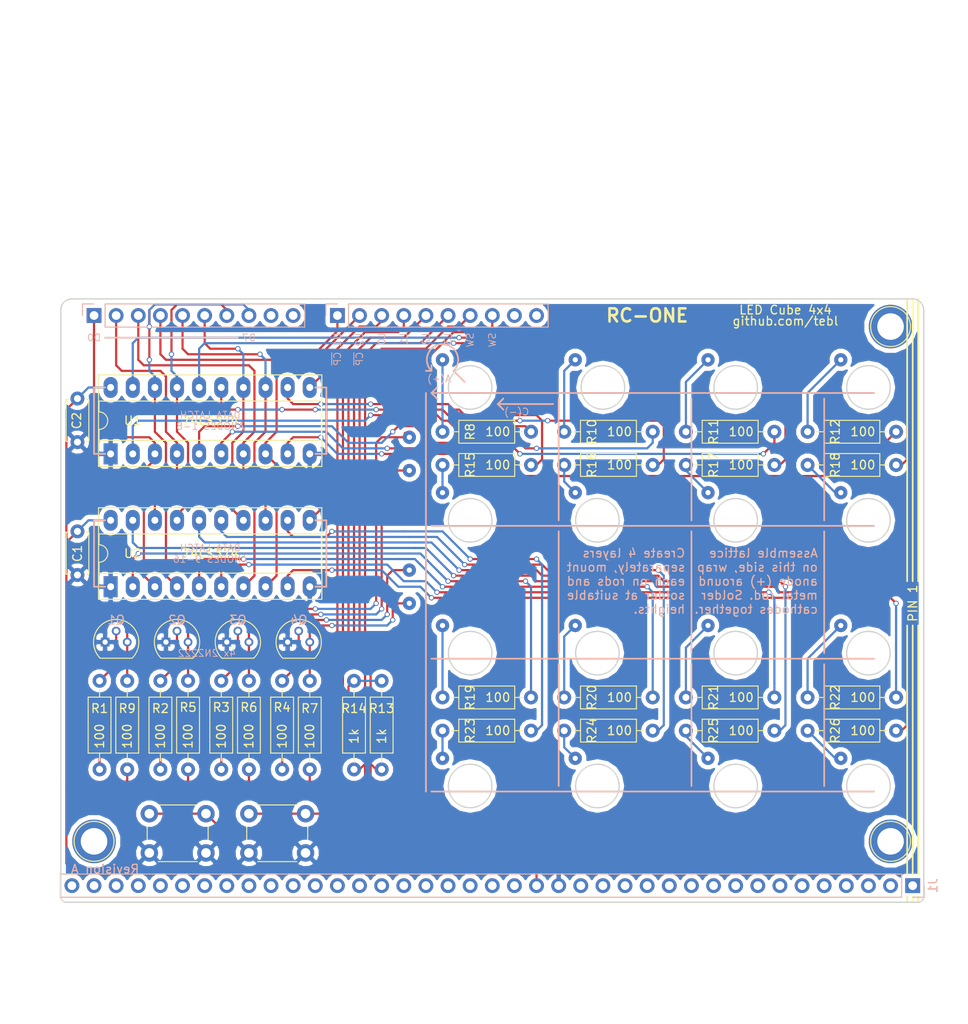
<source format=kicad_pcb>
(kicad_pcb (version 4) (host pcbnew 4.0.7)
  (layers (0 F.Cu signal) (31 B.Cu signal) (34 B.Paste user) (35 F.Paste user) (36 B.SilkS user) (37 F.SilkS user) (38 B.Mask user) (39 F.Mask user) (44 Edge.Cuts user))
  (net 0 "")
  (net 1 GND)
  (net 2 VCC)
  (net 3 "Net-(A1-Pad16)")
  (net 4 "Net-(A1-Pad17)")
  (net 5 "Net-(A1-Pad18)")
  (net 6 "Net-(A1-Pad19)")
  (net 7 "Net-(A1-Pad1)")
  (net 8 "Net-(A1-Pad2)")
  (net 9 "Net-(A1-Pad3)")
  (net 10 "Net-(A1-Pad4)")
  (net 11 "Net-(A1-Pad5)")
  (net 12 "Net-(A1-Pad6)")
  (net 13 "Net-(A1-Pad7)")
  (net 14 "Net-(A1-Pad8)")
  (net 15 "Net-(A1-Pad9)")
  (net 16 "Net-(A1-Pad10)")
  (net 17 "Net-(A1-Pad11)")
  (net 18 "Net-(A1-Pad12)")
  (net 19 "Net-(A1-Pad13)")
  (net 20 "Net-(A1-Pad14)")
  (net 21 "Net-(A1-Pad15)")
  (net 22 "Net-(A1-Pad20)")
  (net 23 /PA0)
  (net 24 /PA1)
  (net 25 /PA2)
  (net 26 /PA3)
  (net 27 /PA4)
  (net 28 /PA5)
  (net 29 /PA6)
  (net 30 /PA7)
  (net 31 /PB0)
  (net 32 /PB1)
  (net 33 /PB2)
  (net 34 /PB3)
  (net 35 /PB4)
  (net 36 /PB5)
  (net 37 /PB6)
  (net 38 /PB7)
  (net 39 "Net-(Q1-Pad2)")
  (net 40 "Net-(Q2-Pad2)")
  (net 41 "Net-(Q3-Pad2)")
  (net 42 "Net-(Q4-Pad2)")
  (net 43 "Net-(R8-Pad2)")
  (net 44 "Net-(R10-Pad2)")
  (net 45 "Net-(R11-Pad2)")
  (net 46 "Net-(R12-Pad2)")
  (net 47 "Net-(R15-Pad2)")
  (net 48 "Net-(R16-Pad2)")
  (net 49 "Net-(R17-Pad2)")
  (net 50 "Net-(R18-Pad2)")
  (net 51 "Net-(R19-Pad2)")
  (net 52 "Net-(R20-Pad2)")
  (net 53 "Net-(R21-Pad2)")
  (net 54 "Net-(R22-Pad2)")
  (net 55 "Net-(R23-Pad2)")
  (net 56 "Net-(R24-Pad2)")
  (net 57 "Net-(R25-Pad2)")
  (net 58 "Net-(R26-Pad2)")
  (module Resistors_THT:R_Axial_DIN0207_L6.3mm_D2.5mm_P10.16mm_Horizontal (layer F.Cu) (at 128.905 121.92 270)
    (fp_text reference R7 (at 3.175 0 360) (layer F.SilkS))
    (fp_text value 100 (at 6.35 0 270) (layer F.SilkS))
    (pad 1 thru_hole circle (at 0 0 270) (size 1.6 1.6) (drill 0.8) (layers *.Cu *.Mask) (net 22 "Net-(A1-Pad20)"))
    (pad 2 thru_hole oval (at 10.16 0 270) (size 1.6 1.6) (drill 0.8) (layers *.Cu *.Mask) (net 2 VCC))
  )
  (module Capacitors_THT:C_Disc_D4.7mm_W2.5mm_P5.00mm (layer F.Cu) (at 102.235 104.775 270)
    (fp_text reference C1 (at 2.54 0 270) (layer F.SilkS))
    (fp_text value 100nF)
    (pad 1 thru_hole circle (at 0 0 270) (size 1.6 1.6) (drill 0.8) (layers *.Cu *.Mask) (net 2 VCC))
    (pad 2 thru_hole circle (at 5 0 270) (size 1.6 1.6) (drill 0.8) (layers *.Cu *.Mask) (net 1 GND))
  )
  (module Capacitors_THT:C_Disc_D4.7mm_W2.5mm_P5.00mm (layer F.Cu) (at 102.235 89.535 270)
    (fp_text reference C2 (at 2.54 0.084999 270) (layer F.SilkS))
    (fp_text value 100nF)
    (pad 1 thru_hole circle (at 0 0 270) (size 1.6 1.6) (drill 0.8) (layers *.Cu *.Mask) (net 2 VCC))
    (pad 2 thru_hole circle (at 5 0 270) (size 1.6 1.6) (drill 0.8) (layers *.Cu *.Mask) (net 1 GND))
  )
  (module Pin_Headers:Pin_Header_Straight_1x10_Pitch2.54mm (layer B.Cu) (at 104.14 80.01 270)
    (fp_text reference J5)
    (fp_text value "Port A")
    (pad 1 thru_hole rect (at 0 0 270) (size 1.7 1.7) (drill 1) (layers *.Cu *.Mask) (net 23 /PA0))
    (pad 2 thru_hole oval (at 0 -2.54 270) (size 1.7 1.7) (drill 1) (layers *.Cu *.Mask) (net 24 /PA1))
    (pad 3 thru_hole oval (at 0 -5.08 270) (size 1.7 1.7) (drill 1) (layers *.Cu *.Mask) (net 25 /PA2))
    (pad 4 thru_hole oval (at 0 -7.62 270) (size 1.7 1.7) (drill 1) (layers *.Cu *.Mask) (net 26 /PA3))
    (pad 5 thru_hole oval (at 0 -10.16 270) (size 1.7 1.7) (drill 1) (layers *.Cu *.Mask) (net 27 /PA4))
    (pad 6 thru_hole oval (at 0 -12.7 270) (size 1.7 1.7) (drill 1) (layers *.Cu *.Mask) (net 28 /PA5))
    (pad 7 thru_hole oval (at 0 -15.24 270) (size 1.7 1.7) (drill 1) (layers *.Cu *.Mask) (net 29 /PA6))
    (pad 8 thru_hole oval (at 0 -17.78 270) (size 1.7 1.7) (drill 1) (layers *.Cu *.Mask) (net 30 /PA7))
    (pad 9 thru_hole oval (at 0 -20.32 270) (size 1.7 1.7) (drill 1) (layers *.Cu *.Mask))
    (pad 10 thru_hole oval (at 0 -22.86 270) (size 1.7 1.7) (drill 1) (layers *.Cu *.Mask))
  )
  (module Pin_Headers:Pin_Header_Straight_1x10_Pitch2.54mm (layer B.Cu) (at 132.08 80.01 270)
    (fp_text reference J6)
    (fp_text value "Port B")
    (pad 1 thru_hole rect (at 0 0 270) (size 1.7 1.7) (drill 1) (layers *.Cu *.Mask) (net 31 /PB0))
    (pad 2 thru_hole oval (at 0 -2.54 270) (size 1.7 1.7) (drill 1) (layers *.Cu *.Mask) (net 32 /PB1))
    (pad 3 thru_hole oval (at 0 -5.08 270) (size 1.7 1.7) (drill 1) (layers *.Cu *.Mask) (net 33 /PB2))
    (pad 4 thru_hole oval (at 0 -7.62 270) (size 1.7 1.7) (drill 1) (layers *.Cu *.Mask) (net 34 /PB3))
    (pad 5 thru_hole oval (at 0 -10.16 270) (size 1.7 1.7) (drill 1) (layers *.Cu *.Mask) (net 35 /PB4))
    (pad 6 thru_hole oval (at 0 -12.7 270) (size 1.7 1.7) (drill 1) (layers *.Cu *.Mask) (net 36 /PB5))
    (pad 7 thru_hole oval (at 0 -15.24 270) (size 1.7 1.7) (drill 1) (layers *.Cu *.Mask) (net 37 /PB6))
    (pad 8 thru_hole oval (at 0 -17.78 270) (size 1.7 1.7) (drill 1) (layers *.Cu *.Mask) (net 38 /PB7))
    (pad 9 thru_hole oval (at 0 -20.32 270) (size 1.7 1.7) (drill 1) (layers *.Cu *.Mask))
    (pad 10 thru_hole oval (at 0 -22.86 270) (size 1.7 1.7) (drill 1) (layers *.Cu *.Mask))
  )
  (module Pin_Headers:Pin_Header_Straight_1x39_Pitch2.54mm (layer B.Cu) (at 198.12 145.415 90)
    (fp_text reference J1 (at 0 2.33 90) (layer B.SilkS) (effects (justify mirror)))
    (fp_text value Signals)
    (pad 1 thru_hole rect (at 0 0 90) (size 1.7 1.7) (drill 1) (layers *.Cu *.Mask))
    (pad 2 thru_hole oval (at 0 -2.54 90) (size 1.7 1.7) (drill 1) (layers *.Cu *.Mask))
    (pad 3 thru_hole oval (at 0 -5.08 90) (size 1.7 1.7) (drill 1) (layers *.Cu *.Mask))
    (pad 4 thru_hole oval (at 0 -7.62 90) (size 1.7 1.7) (drill 1) (layers *.Cu *.Mask))
    (pad 5 thru_hole oval (at 0 -10.16 90) (size 1.7 1.7) (drill 1) (layers *.Cu *.Mask))
    (pad 6 thru_hole oval (at 0 -12.7 90) (size 1.7 1.7) (drill 1) (layers *.Cu *.Mask))
    (pad 7 thru_hole oval (at 0 -15.24 90) (size 1.7 1.7) (drill 1) (layers *.Cu *.Mask))
    (pad 8 thru_hole oval (at 0 -17.78 90) (size 1.7 1.7) (drill 1) (layers *.Cu *.Mask))
    (pad 9 thru_hole oval (at 0 -20.32 90) (size 1.7 1.7) (drill 1) (layers *.Cu *.Mask))
    (pad 10 thru_hole oval (at 0 -22.86 90) (size 1.7 1.7) (drill 1) (layers *.Cu *.Mask))
    (pad 11 thru_hole oval (at 0 -25.4 90) (size 1.7 1.7) (drill 1) (layers *.Cu *.Mask))
    (pad 12 thru_hole oval (at 0 -27.94 90) (size 1.7 1.7) (drill 1) (layers *.Cu *.Mask))
    (pad 13 thru_hole oval (at 0 -30.48 90) (size 1.7 1.7) (drill 1) (layers *.Cu *.Mask))
    (pad 14 thru_hole oval (at 0 -33.02 90) (size 1.7 1.7) (drill 1) (layers *.Cu *.Mask))
    (pad 15 thru_hole oval (at 0 -35.56 90) (size 1.7 1.7) (drill 1) (layers *.Cu *.Mask))
    (pad 16 thru_hole oval (at 0 -38.1 90) (size 1.7 1.7) (drill 1) (layers *.Cu *.Mask))
    (pad 17 thru_hole oval (at 0 -40.64 90) (size 1.7 1.7) (drill 1) (layers *.Cu *.Mask) (net 1 GND))
    (pad 18 thru_hole oval (at 0 -43.18 90) (size 1.7 1.7) (drill 1) (layers *.Cu *.Mask) (net 2 VCC))
    (pad 19 thru_hole oval (at 0 -45.72 90) (size 1.7 1.7) (drill 1) (layers *.Cu *.Mask))
    (pad 20 thru_hole oval (at 0 -48.26 90) (size 1.7 1.7) (drill 1) (layers *.Cu *.Mask))
    (pad 21 thru_hole oval (at 0 -50.8 90) (size 1.7 1.7) (drill 1) (layers *.Cu *.Mask))
    (pad 22 thru_hole oval (at 0 -53.34 90) (size 1.7 1.7) (drill 1) (layers *.Cu *.Mask))
    (pad 23 thru_hole oval (at 0 -55.88 90) (size 1.7 1.7) (drill 1) (layers *.Cu *.Mask))
    (pad 24 thru_hole oval (at 0 -58.42 90) (size 1.7 1.7) (drill 1) (layers *.Cu *.Mask))
    (pad 25 thru_hole oval (at 0 -60.96 90) (size 1.7 1.7) (drill 1) (layers *.Cu *.Mask))
    (pad 26 thru_hole oval (at 0 -63.5 90) (size 1.7 1.7) (drill 1) (layers *.Cu *.Mask))
    (pad 27 thru_hole oval (at 0 -66.04 90) (size 1.7 1.7) (drill 1) (layers *.Cu *.Mask))
    (pad 28 thru_hole oval (at 0 -68.58 90) (size 1.7 1.7) (drill 1) (layers *.Cu *.Mask))
    (pad 29 thru_hole oval (at 0 -71.12 90) (size 1.7 1.7) (drill 1) (layers *.Cu *.Mask))
    (pad 30 thru_hole oval (at 0 -73.66 90) (size 1.7 1.7) (drill 1) (layers *.Cu *.Mask))
    (pad 31 thru_hole oval (at 0 -76.2 90) (size 1.7 1.7) (drill 1) (layers *.Cu *.Mask))
    (pad 32 thru_hole oval (at 0 -78.74 90) (size 1.7 1.7) (drill 1) (layers *.Cu *.Mask))
    (pad 33 thru_hole oval (at 0 -81.28 90) (size 1.7 1.7) (drill 1) (layers *.Cu *.Mask))
    (pad 34 thru_hole oval (at 0 -83.82 90) (size 1.7 1.7) (drill 1) (layers *.Cu *.Mask))
    (pad 35 thru_hole oval (at 0 -86.36 90) (size 1.7 1.7) (drill 1) (layers *.Cu *.Mask))
    (pad 36 thru_hole oval (at 0 -88.9 90) (size 1.7 1.7) (drill 1) (layers *.Cu *.Mask))
    (pad 37 thru_hole oval (at 0 -91.44 90) (size 1.7 1.7) (drill 1) (layers *.Cu *.Mask))
    (pad 38 thru_hole oval (at 0 -93.98 90) (size 1.7 1.7) (drill 1) (layers *.Cu *.Mask))
    (pad 39 thru_hole oval (at 0 -96.52 90) (size 1.7 1.7) (drill 1) (layers *.Cu *.Mask))
  )
  (module TO_SOT_Packages_THT:TO-92_Molded_Narrow (layer F.Cu) (at 105.41 117.475)
    (fp_text reference Q1 (at 1.27 -2.54) (layer B.SilkS) (effects (justify mirror)))
    (fp_text value PN2222A)
    (pad 2 thru_hole circle (at 1.27 -1.27 90) (size 1 1) (drill 0.6) (layers *.Cu *.Mask) (net 39 "Net-(Q1-Pad2)"))
    (pad 3 thru_hole circle (at 2.54 0 90) (size 1 1) (drill 0.6) (layers *.Cu *.Mask) (net 4 "Net-(A1-Pad17)"))
    (pad 1 thru_hole rect (at 0 0 90) (size 1 1) (drill 0.6) (layers *.Cu *.Mask) (net 1 GND))
  )
  (module TO_SOT_Packages_THT:TO-92_Molded_Narrow (layer F.Cu) (at 112.395 117.475)
    (fp_text reference Q2 (at 1.27 -2.54) (layer B.SilkS) (effects (justify mirror)))
    (fp_text value PN2222A)
    (pad 2 thru_hole circle (at 1.27 -1.27 90) (size 1 1) (drill 0.6) (layers *.Cu *.Mask) (net 40 "Net-(Q2-Pad2)"))
    (pad 3 thru_hole circle (at 2.54 0 90) (size 1 1) (drill 0.6) (layers *.Cu *.Mask) (net 5 "Net-(A1-Pad18)"))
    (pad 1 thru_hole rect (at 0 0 90) (size 1 1) (drill 0.6) (layers *.Cu *.Mask) (net 1 GND))
  )
  (module TO_SOT_Packages_THT:TO-92_Molded_Narrow (layer F.Cu) (at 119.38 117.475)
    (fp_text reference Q3 (at 1.27 -2.54) (layer B.SilkS) (effects (justify mirror)))
    (fp_text value PN2222A)
    (pad 2 thru_hole circle (at 1.27 -1.27 90) (size 1 1) (drill 0.6) (layers *.Cu *.Mask) (net 41 "Net-(Q3-Pad2)"))
    (pad 3 thru_hole circle (at 2.54 0 90) (size 1 1) (drill 0.6) (layers *.Cu *.Mask) (net 6 "Net-(A1-Pad19)"))
    (pad 1 thru_hole rect (at 0 0 90) (size 1 1) (drill 0.6) (layers *.Cu *.Mask) (net 1 GND))
  )
  (module TO_SOT_Packages_THT:TO-92_Molded_Narrow (layer F.Cu) (at 126.365 117.475)
    (fp_text reference Q4 (at 1.27 -2.54) (layer B.SilkS) (effects (justify mirror)))
    (fp_text value PN2222A)
    (pad 2 thru_hole circle (at 1.27 -1.27 90) (size 1 1) (drill 0.6) (layers *.Cu *.Mask) (net 42 "Net-(Q4-Pad2)"))
    (pad 3 thru_hole circle (at 2.54 0 90) (size 1 1) (drill 0.6) (layers *.Cu *.Mask) (net 22 "Net-(A1-Pad20)"))
    (pad 1 thru_hole rect (at 0 0 90) (size 1 1) (drill 0.6) (layers *.Cu *.Mask) (net 1 GND))
  )
  (module Resistors_THT:R_Axial_DIN0207_L6.3mm_D2.5mm_P10.16mm_Horizontal (layer F.Cu) (at 104.775 121.92 270)
    (fp_text reference R1 (at 3.175 0 360) (layer F.SilkS))
    (fp_text value 100 (at 6.35 0 270) (layer F.SilkS))
    (pad 1 thru_hole circle (at 0 0 270) (size 1.6 1.6) (drill 0.8) (layers *.Cu *.Mask) (net 39 "Net-(Q1-Pad2)"))
    (pad 2 thru_hole oval (at 10.16 0 270) (size 1.6 1.6) (drill 0.8) (layers *.Cu *.Mask) (net 33 /PB2))
  )
  (module Resistors_THT:R_Axial_DIN0207_L6.3mm_D2.5mm_P10.16mm_Horizontal (layer F.Cu) (at 111.76 121.92 270)
    (fp_text reference R2 (at 3.175 0 360) (layer F.SilkS))
    (fp_text value 100 (at 6.35 0 270) (layer F.SilkS))
    (pad 1 thru_hole circle (at 0 0 270) (size 1.6 1.6) (drill 0.8) (layers *.Cu *.Mask) (net 40 "Net-(Q2-Pad2)"))
    (pad 2 thru_hole oval (at 10.16 0 270) (size 1.6 1.6) (drill 0.8) (layers *.Cu *.Mask) (net 34 /PB3))
  )
  (module Resistors_THT:R_Axial_DIN0207_L6.3mm_D2.5mm_P10.16mm_Horizontal (layer F.Cu) (at 118.745 121.92 270)
    (fp_text reference R3 (at 3.048 0 360) (layer F.SilkS))
    (fp_text value 100 (at 6.35 0 270) (layer F.SilkS))
    (pad 1 thru_hole circle (at 0 0 270) (size 1.6 1.6) (drill 0.8) (layers *.Cu *.Mask) (net 41 "Net-(Q3-Pad2)"))
    (pad 2 thru_hole oval (at 10.16 0 270) (size 1.6 1.6) (drill 0.8) (layers *.Cu *.Mask) (net 35 /PB4))
  )
  (module Resistors_THT:R_Axial_DIN0207_L6.3mm_D2.5mm_P10.16mm_Horizontal (layer F.Cu) (at 125.73 121.92 270)
    (fp_text reference R4 (at 3.048 0 360) (layer F.SilkS))
    (fp_text value 100 (at 6.35 0 270) (layer F.SilkS))
    (pad 1 thru_hole circle (at 0 0 270) (size 1.6 1.6) (drill 0.8) (layers *.Cu *.Mask) (net 42 "Net-(Q4-Pad2)"))
    (pad 2 thru_hole oval (at 10.16 0 270) (size 1.6 1.6) (drill 0.8) (layers *.Cu *.Mask) (net 36 /PB5))
  )
  (module Resistors_THT:R_Axial_DIN0207_L6.3mm_D2.5mm_P10.16mm_Horizontal (layer F.Cu) (at 114.935 121.92 270)
    (fp_text reference R5 (at 3.048 0 360) (layer F.SilkS))
    (fp_text value 100 (at 6.35 0 270) (layer F.SilkS))
    (pad 1 thru_hole circle (at 0 0 270) (size 1.6 1.6) (drill 0.8) (layers *.Cu *.Mask) (net 5 "Net-(A1-Pad18)"))
    (pad 2 thru_hole oval (at 10.16 0 270) (size 1.6 1.6) (drill 0.8) (layers *.Cu *.Mask) (net 2 VCC))
  )
  (module Resistors_THT:R_Axial_DIN0207_L6.3mm_D2.5mm_P10.16mm_Horizontal (layer F.Cu) (at 121.92 121.92 270)
    (fp_text reference R6 (at 3.048 0 360) (layer F.SilkS))
    (fp_text value 100 (at 6.35 0 270) (layer F.SilkS))
    (pad 1 thru_hole circle (at 0 0 270) (size 1.6 1.6) (drill 0.8) (layers *.Cu *.Mask) (net 6 "Net-(A1-Pad19)"))
    (pad 2 thru_hole oval (at 10.16 0 270) (size 1.6 1.6) (drill 0.8) (layers *.Cu *.Mask) (net 2 VCC))
  )
  (module Resistors_THT:R_Axial_DIN0207_L6.3mm_D2.5mm_P10.16mm_Horizontal (layer F.Cu) (at 144.145 93.345)
    (fp_text reference R8 (at 3.175 0 90) (layer F.SilkS))
    (fp_text value 100 (at 6.35 0) (layer F.SilkS))
    (pad 1 thru_hole circle (at 0 0) (size 1.6 1.6) (drill 0.8) (layers *.Cu *.Mask) (net 7 "Net-(A1-Pad1)"))
    (pad 2 thru_hole oval (at 10.16 0) (size 1.6 1.6) (drill 0.8) (layers *.Cu *.Mask) (net 43 "Net-(R8-Pad2)"))
  )
  (module Resistors_THT:R_Axial_DIN0207_L6.3mm_D2.5mm_P10.16mm_Horizontal (layer F.Cu) (at 107.95 121.92 270)
    (fp_text reference R9 (at 3.175 0 360) (layer F.SilkS))
    (fp_text value 100 (at 6.35 0 270) (layer F.SilkS))
    (pad 1 thru_hole circle (at 0 0 270) (size 1.6 1.6) (drill 0.8) (layers *.Cu *.Mask) (net 4 "Net-(A1-Pad17)"))
    (pad 2 thru_hole oval (at 10.16 0 270) (size 1.6 1.6) (drill 0.8) (layers *.Cu *.Mask) (net 2 VCC))
  )
  (module Resistors_THT:R_Axial_DIN0207_L6.3mm_D2.5mm_P10.16mm_Horizontal (layer F.Cu) (at 158.115 93.345)
    (fp_text reference R10 (at 3.175 0 90) (layer F.SilkS))
    (fp_text value 100 (at 6.35 0) (layer F.SilkS))
    (pad 1 thru_hole circle (at 0 0) (size 1.6 1.6) (drill 0.8) (layers *.Cu *.Mask) (net 8 "Net-(A1-Pad2)"))
    (pad 2 thru_hole oval (at 10.16 0) (size 1.6 1.6) (drill 0.8) (layers *.Cu *.Mask) (net 44 "Net-(R10-Pad2)"))
  )
  (module Resistors_THT:R_Axial_DIN0207_L6.3mm_D2.5mm_P10.16mm_Horizontal (layer F.Cu) (at 172.085 93.345)
    (fp_text reference R11 (at 3.175 0 90) (layer F.SilkS))
    (fp_text value 100 (at 6.35 0) (layer F.SilkS))
    (pad 1 thru_hole circle (at 0 0) (size 1.6 1.6) (drill 0.8) (layers *.Cu *.Mask) (net 9 "Net-(A1-Pad3)"))
    (pad 2 thru_hole oval (at 10.16 0) (size 1.6 1.6) (drill 0.8) (layers *.Cu *.Mask) (net 45 "Net-(R11-Pad2)"))
  )
  (module Resistors_THT:R_Axial_DIN0207_L6.3mm_D2.5mm_P10.16mm_Horizontal (layer F.Cu) (at 186.055 93.345)
    (fp_text reference R12 (at 3.175 0 90) (layer F.SilkS))
    (fp_text value 100 (at 6.35 0) (layer F.SilkS))
    (pad 1 thru_hole circle (at 0 0) (size 1.6 1.6) (drill 0.8) (layers *.Cu *.Mask) (net 10 "Net-(A1-Pad4)"))
    (pad 2 thru_hole oval (at 10.16 0) (size 1.6 1.6) (drill 0.8) (layers *.Cu *.Mask) (net 46 "Net-(R12-Pad2)"))
  )
  (module Resistors_THT:R_Axial_DIN0207_L6.3mm_D2.5mm_P10.16mm_Horizontal (layer F.Cu) (at 137.16 132.08 90)
    (fp_text reference R13 (at 6.985 0 180) (layer F.SilkS))
    (fp_text value 1k (at 3.81 0 90) (layer F.SilkS))
    (pad 1 thru_hole circle (at 0 0 90) (size 1.6 1.6) (drill 0.8) (layers *.Cu *.Mask) (net 38 /PB7))
    (pad 2 thru_hole oval (at 10.16 0 90) (size 1.6 1.6) (drill 0.8) (layers *.Cu *.Mask) (net 2 VCC))
  )
  (module Resistors_THT:R_Axial_DIN0207_L6.3mm_D2.5mm_P10.16mm_Horizontal (layer F.Cu) (at 133.985 132.08 90)
    (fp_text reference R14 (at 6.985 0 180) (layer F.SilkS))
    (fp_text value 1k (at 3.81 0 90) (layer F.SilkS))
    (pad 1 thru_hole circle (at 0 0 90) (size 1.6 1.6) (drill 0.8) (layers *.Cu *.Mask) (net 37 /PB6))
    (pad 2 thru_hole oval (at 10.16 0 90) (size 1.6 1.6) (drill 0.8) (layers *.Cu *.Mask) (net 2 VCC))
  )
  (module Resistors_THT:R_Axial_DIN0207_L6.3mm_D2.5mm_P10.16mm_Horizontal (layer F.Cu) (at 144.145 97.155)
    (fp_text reference R15 (at 3.175 0 90) (layer F.SilkS))
    (fp_text value 100 (at 6.35 0) (layer F.SilkS))
    (pad 1 thru_hole circle (at 0 0) (size 1.6 1.6) (drill 0.8) (layers *.Cu *.Mask) (net 11 "Net-(A1-Pad5)"))
    (pad 2 thru_hole oval (at 10.16 0) (size 1.6 1.6) (drill 0.8) (layers *.Cu *.Mask) (net 47 "Net-(R15-Pad2)"))
  )
  (module Resistors_THT:R_Axial_DIN0207_L6.3mm_D2.5mm_P10.16mm_Horizontal (layer F.Cu) (at 158.115 97.155)
    (fp_text reference R16 (at 3.175 0 90) (layer F.SilkS))
    (fp_text value 100 (at 6.35 0) (layer F.SilkS))
    (pad 1 thru_hole circle (at 0 0) (size 1.6 1.6) (drill 0.8) (layers *.Cu *.Mask) (net 12 "Net-(A1-Pad6)"))
    (pad 2 thru_hole oval (at 10.16 0) (size 1.6 1.6) (drill 0.8) (layers *.Cu *.Mask) (net 48 "Net-(R16-Pad2)"))
  )
  (module Resistors_THT:R_Axial_DIN0207_L6.3mm_D2.5mm_P10.16mm_Horizontal (layer F.Cu) (at 172.085 97.155)
    (fp_text reference R17 (at 3.175 0 90) (layer F.SilkS))
    (fp_text value 100 (at 6.35 0) (layer F.SilkS))
    (pad 1 thru_hole circle (at 0 0) (size 1.6 1.6) (drill 0.8) (layers *.Cu *.Mask) (net 13 "Net-(A1-Pad7)"))
    (pad 2 thru_hole oval (at 10.16 0) (size 1.6 1.6) (drill 0.8) (layers *.Cu *.Mask) (net 49 "Net-(R17-Pad2)"))
  )
  (module Resistors_THT:R_Axial_DIN0207_L6.3mm_D2.5mm_P10.16mm_Horizontal (layer F.Cu) (at 186.055 97.155)
    (fp_text reference R18 (at 3.175 0 90) (layer F.SilkS))
    (fp_text value 100 (at 6.35 0) (layer F.SilkS))
    (pad 1 thru_hole circle (at 0 0) (size 1.6 1.6) (drill 0.8) (layers *.Cu *.Mask) (net 14 "Net-(A1-Pad8)"))
    (pad 2 thru_hole oval (at 10.16 0) (size 1.6 1.6) (drill 0.8) (layers *.Cu *.Mask) (net 50 "Net-(R18-Pad2)"))
  )
  (module Resistors_THT:R_Axial_DIN0207_L6.3mm_D2.5mm_P10.16mm_Horizontal (layer F.Cu) (at 144.145 123.825)
    (fp_text reference R19 (at 3.175 0 90) (layer F.SilkS))
    (fp_text value 100 (at 6.35 0) (layer F.SilkS))
    (pad 1 thru_hole circle (at 0 0) (size 1.6 1.6) (drill 0.8) (layers *.Cu *.Mask) (net 15 "Net-(A1-Pad9)"))
    (pad 2 thru_hole oval (at 10.16 0) (size 1.6 1.6) (drill 0.8) (layers *.Cu *.Mask) (net 51 "Net-(R19-Pad2)"))
  )
  (module Resistors_THT:R_Axial_DIN0207_L6.3mm_D2.5mm_P10.16mm_Horizontal (layer F.Cu) (at 158.115 123.825)
    (fp_text reference R20 (at 3.175 0 90) (layer F.SilkS))
    (fp_text value 100 (at 6.35 0) (layer F.SilkS))
    (pad 1 thru_hole circle (at 0 0) (size 1.6 1.6) (drill 0.8) (layers *.Cu *.Mask) (net 16 "Net-(A1-Pad10)"))
    (pad 2 thru_hole oval (at 10.16 0) (size 1.6 1.6) (drill 0.8) (layers *.Cu *.Mask) (net 52 "Net-(R20-Pad2)"))
  )
  (module Resistors_THT:R_Axial_DIN0207_L6.3mm_D2.5mm_P10.16mm_Horizontal (layer F.Cu) (at 172.085 123.825)
    (fp_text reference R21 (at 3.175 0 90) (layer F.SilkS))
    (fp_text value 100 (at 6.35 0) (layer F.SilkS))
    (pad 1 thru_hole circle (at 0 0) (size 1.6 1.6) (drill 0.8) (layers *.Cu *.Mask) (net 17 "Net-(A1-Pad11)"))
    (pad 2 thru_hole oval (at 10.16 0) (size 1.6 1.6) (drill 0.8) (layers *.Cu *.Mask) (net 53 "Net-(R21-Pad2)"))
  )
  (module Resistors_THT:R_Axial_DIN0207_L6.3mm_D2.5mm_P10.16mm_Horizontal (layer F.Cu) (at 186.055 123.825)
    (fp_text reference R22 (at 3.175 0 90) (layer F.SilkS))
    (fp_text value 100 (at 6.35 0) (layer F.SilkS))
    (pad 1 thru_hole circle (at 0 0) (size 1.6 1.6) (drill 0.8) (layers *.Cu *.Mask) (net 18 "Net-(A1-Pad12)"))
    (pad 2 thru_hole oval (at 10.16 0) (size 1.6 1.6) (drill 0.8) (layers *.Cu *.Mask) (net 54 "Net-(R22-Pad2)"))
  )
  (module Resistors_THT:R_Axial_DIN0207_L6.3mm_D2.5mm_P10.16mm_Horizontal (layer F.Cu) (at 144.145 127.635)
    (fp_text reference R23 (at 3.175 0 90) (layer F.SilkS))
    (fp_text value 100 (at 6.35 0) (layer F.SilkS))
    (pad 1 thru_hole circle (at 0 0) (size 1.6 1.6) (drill 0.8) (layers *.Cu *.Mask) (net 19 "Net-(A1-Pad13)"))
    (pad 2 thru_hole oval (at 10.16 0) (size 1.6 1.6) (drill 0.8) (layers *.Cu *.Mask) (net 55 "Net-(R23-Pad2)"))
  )
  (module Resistors_THT:R_Axial_DIN0207_L6.3mm_D2.5mm_P10.16mm_Horizontal (layer F.Cu) (at 158.115 127.635)
    (fp_text reference R24 (at 3.175 0 90) (layer F.SilkS))
    (fp_text value 100 (at 6.35 0) (layer F.SilkS))
    (pad 1 thru_hole circle (at 0 0) (size 1.6 1.6) (drill 0.8) (layers *.Cu *.Mask) (net 20 "Net-(A1-Pad14)"))
    (pad 2 thru_hole oval (at 10.16 0) (size 1.6 1.6) (drill 0.8) (layers *.Cu *.Mask) (net 56 "Net-(R24-Pad2)"))
  )
  (module Resistors_THT:R_Axial_DIN0207_L6.3mm_D2.5mm_P10.16mm_Horizontal (layer F.Cu) (at 172.085 127.635)
    (fp_text reference R25 (at 3.175 0 90) (layer F.SilkS))
    (fp_text value 100 (at 6.35 0) (layer F.SilkS))
    (pad 1 thru_hole circle (at 0 0) (size 1.6 1.6) (drill 0.8) (layers *.Cu *.Mask) (net 21 "Net-(A1-Pad15)"))
    (pad 2 thru_hole oval (at 10.16 0) (size 1.6 1.6) (drill 0.8) (layers *.Cu *.Mask) (net 57 "Net-(R25-Pad2)"))
  )
  (module Resistors_THT:R_Axial_DIN0207_L6.3mm_D2.5mm_P10.16mm_Horizontal (layer F.Cu) (at 186.055 127.635)
    (fp_text reference R26 (at 3.175 0 90) (layer F.SilkS))
    (fp_text value 100 (at 6.35 0) (layer F.SilkS))
    (pad 1 thru_hole circle (at 0 0) (size 1.6 1.6) (drill 0.8) (layers *.Cu *.Mask) (net 3 "Net-(A1-Pad16)"))
    (pad 2 thru_hole oval (at 10.16 0) (size 1.6 1.6) (drill 0.8) (layers *.Cu *.Mask) (net 58 "Net-(R26-Pad2)"))
  )
  (module Buttons_Switches_THT:SW_PUSH_6mm (layer F.Cu) (at 110.49 137.16)
    (fp_text reference SW1)
    (fp_text value SW_Push)
    (pad 2 thru_hole circle (at 0 4.5 90) (size 2 2) (drill 1.1) (layers *.Cu *.Mask) (net 1 GND))
    (pad 1 thru_hole circle (at 0 0 90) (size 2 2) (drill 1.1) (layers *.Cu *.Mask) (net 38 /PB7))
    (pad 2 thru_hole circle (at 6.5 4.5 90) (size 2 2) (drill 1.1) (layers *.Cu *.Mask) (net 1 GND))
    (pad 1 thru_hole circle (at 6.5 0 90) (size 2 2) (drill 1.1) (layers *.Cu *.Mask) (net 38 /PB7))
  )
  (module Buttons_Switches_THT:SW_PUSH_6mm (layer F.Cu) (at 121.92 137.16)
    (fp_text reference SW2)
    (fp_text value SW_Push)
    (pad 2 thru_hole circle (at 0 4.5 90) (size 2 2) (drill 1.1) (layers *.Cu *.Mask) (net 1 GND))
    (pad 1 thru_hole circle (at 0 0 90) (size 2 2) (drill 1.1) (layers *.Cu *.Mask) (net 37 /PB6))
    (pad 2 thru_hole circle (at 6.5 4.5 90) (size 2 2) (drill 1.1) (layers *.Cu *.Mask) (net 1 GND))
    (pad 1 thru_hole circle (at 6.5 0 90) (size 2 2) (drill 1.1) (layers *.Cu *.Mask) (net 37 /PB6))
  )
  (module Housings_DIP:DIP-20_W7.62mm_Socket_LongPads (layer F.Cu) (at 106.045 95.885 90)
    (fp_text reference U1 (at 3.81 2.54 180) (layer F.SilkS))
    (fp_text value 74LS374 (at 3.81 11.43 180) (layer F.SilkS))
    (pad 1 thru_hole rect (at 0 0 90) (size 2.4 1.6) (drill 0.8) (layers *.Cu *.Mask) (net 1 GND))
    (pad 11 thru_hole oval (at 7.62 22.86 90) (size 2.4 1.6) (drill 0.8) (layers *.Cu *.Mask) (net 31 /PB0))
    (pad 2 thru_hole oval (at 0 2.54 90) (size 2.4 1.6) (drill 0.8) (layers *.Cu *.Mask) (net 43 "Net-(R8-Pad2)"))
    (pad 12 thru_hole oval (at 7.62 20.32 90) (size 2.4 1.6) (drill 0.8) (layers *.Cu *.Mask) (net 47 "Net-(R15-Pad2)"))
    (pad 3 thru_hole oval (at 0 5.08 90) (size 2.4 1.6) (drill 0.8) (layers *.Cu *.Mask) (net 23 /PA0))
    (pad 13 thru_hole oval (at 7.62 17.78 90) (size 2.4 1.6) (drill 0.8) (layers *.Cu *.Mask) (net 27 /PA4))
    (pad 4 thru_hole oval (at 0 7.62 90) (size 2.4 1.6) (drill 0.8) (layers *.Cu *.Mask) (net 24 /PA1))
    (pad 14 thru_hole oval (at 7.62 15.24 90) (size 2.4 1.6) (drill 0.8) (layers *.Cu *.Mask) (net 28 /PA5))
    (pad 5 thru_hole oval (at 0 10.16 90) (size 2.4 1.6) (drill 0.8) (layers *.Cu *.Mask) (net 44 "Net-(R10-Pad2)"))
    (pad 15 thru_hole oval (at 7.62 12.7 90) (size 2.4 1.6) (drill 0.8) (layers *.Cu *.Mask) (net 48 "Net-(R16-Pad2)"))
    (pad 6 thru_hole oval (at 0 12.7 90) (size 2.4 1.6) (drill 0.8) (layers *.Cu *.Mask) (net 45 "Net-(R11-Pad2)"))
    (pad 16 thru_hole oval (at 7.62 10.16 90) (size 2.4 1.6) (drill 0.8) (layers *.Cu *.Mask) (net 49 "Net-(R17-Pad2)"))
    (pad 7 thru_hole oval (at 0 15.24 90) (size 2.4 1.6) (drill 0.8) (layers *.Cu *.Mask) (net 25 /PA2))
    (pad 17 thru_hole oval (at 7.62 7.62 90) (size 2.4 1.6) (drill 0.8) (layers *.Cu *.Mask) (net 29 /PA6))
    (pad 8 thru_hole oval (at 0 17.78 90) (size 2.4 1.6) (drill 0.8) (layers *.Cu *.Mask) (net 26 /PA3))
    (pad 18 thru_hole oval (at 7.62 5.08 90) (size 2.4 1.6) (drill 0.8) (layers *.Cu *.Mask) (net 30 /PA7))
    (pad 9 thru_hole oval (at 0 20.32 90) (size 2.4 1.6) (drill 0.8) (layers *.Cu *.Mask) (net 46 "Net-(R12-Pad2)"))
    (pad 19 thru_hole oval (at 7.62 2.54 90) (size 2.4 1.6) (drill 0.8) (layers *.Cu *.Mask) (net 50 "Net-(R18-Pad2)"))
    (pad 10 thru_hole oval (at 0 22.86 90) (size 2.4 1.6) (drill 0.8) (layers *.Cu *.Mask) (net 1 GND))
    (pad 20 thru_hole oval (at 7.62 0 90) (size 2.4 1.6) (drill 0.8) (layers *.Cu *.Mask) (net 2 VCC))
  )
  (module Housings_DIP:DIP-20_W7.62mm_Socket_LongPads (layer F.Cu) (at 106.045 111.125 90)
    (fp_text reference U2 (at 3.81 2.54 180) (layer F.SilkS))
    (fp_text value 74LS374 (at 3.81 11.43 180) (layer F.SilkS))
    (pad 1 thru_hole rect (at 0 0 90) (size 2.4 1.6) (drill 0.8) (layers *.Cu *.Mask) (net 1 GND))
    (pad 11 thru_hole oval (at 7.62 22.86 90) (size 2.4 1.6) (drill 0.8) (layers *.Cu *.Mask) (net 32 /PB1))
    (pad 2 thru_hole oval (at 0 2.54 90) (size 2.4 1.6) (drill 0.8) (layers *.Cu *.Mask) (net 51 "Net-(R19-Pad2)"))
    (pad 12 thru_hole oval (at 7.62 20.32 90) (size 2.4 1.6) (drill 0.8) (layers *.Cu *.Mask) (net 55 "Net-(R23-Pad2)"))
    (pad 3 thru_hole oval (at 0 5.08 90) (size 2.4 1.6) (drill 0.8) (layers *.Cu *.Mask) (net 23 /PA0))
    (pad 13 thru_hole oval (at 7.62 17.78 90) (size 2.4 1.6) (drill 0.8) (layers *.Cu *.Mask) (net 27 /PA4))
    (pad 4 thru_hole oval (at 0 7.62 90) (size 2.4 1.6) (drill 0.8) (layers *.Cu *.Mask) (net 24 /PA1))
    (pad 14 thru_hole oval (at 7.62 15.24 90) (size 2.4 1.6) (drill 0.8) (layers *.Cu *.Mask) (net 28 /PA5))
    (pad 5 thru_hole oval (at 0 10.16 90) (size 2.4 1.6) (drill 0.8) (layers *.Cu *.Mask) (net 52 "Net-(R20-Pad2)"))
    (pad 15 thru_hole oval (at 7.62 12.7 90) (size 2.4 1.6) (drill 0.8) (layers *.Cu *.Mask) (net 56 "Net-(R24-Pad2)"))
    (pad 6 thru_hole oval (at 0 12.7 90) (size 2.4 1.6) (drill 0.8) (layers *.Cu *.Mask) (net 53 "Net-(R21-Pad2)"))
    (pad 16 thru_hole oval (at 7.62 10.16 90) (size 2.4 1.6) (drill 0.8) (layers *.Cu *.Mask) (net 57 "Net-(R25-Pad2)"))
    (pad 7 thru_hole oval (at 0 15.24 90) (size 2.4 1.6) (drill 0.8) (layers *.Cu *.Mask) (net 25 /PA2))
    (pad 17 thru_hole oval (at 7.62 7.62 90) (size 2.4 1.6) (drill 0.8) (layers *.Cu *.Mask) (net 29 /PA6))
    (pad 8 thru_hole oval (at 0 17.78 90) (size 2.4 1.6) (drill 0.8) (layers *.Cu *.Mask) (net 26 /PA3))
    (pad 18 thru_hole oval (at 7.62 5.08 90) (size 2.4 1.6) (drill 0.8) (layers *.Cu *.Mask) (net 30 /PA7))
    (pad 9 thru_hole oval (at 0 20.32 90) (size 2.4 1.6) (drill 0.8) (layers *.Cu *.Mask) (net 54 "Net-(R22-Pad2)"))
    (pad 19 thru_hole oval (at 7.62 2.54 90) (size 2.4 1.6) (drill 0.8) (layers *.Cu *.Mask) (net 58 "Net-(R26-Pad2)"))
    (pad 10 thru_hole oval (at 0 22.86 90) (size 2.4 1.6) (drill 0.8) (layers *.Cu *.Mask) (net 1 GND))
    (pad 20 thru_hole oval (at 7.62 0 90) (size 2.4 1.6) (drill 0.8) (layers *.Cu *.Mask) (net 2 VCC))
  )
  (module mounting:1pin (layer F.Cu) (at 104.14 140.335)
    (fp_text reference M1 hide)
    (fp_text value Mounting hide)
    (pad 1 thru_hole circle (at 0 0) (size 5 5) (drill 3.048) (layers *.Cu *.Mask))
  )
  (module mounting:1pin (layer F.Cu) (at 195.58 140.335)
    (fp_text reference M2 hide)
    (fp_text value Mounting hide)
    (pad 1 thru_hole circle (at 0 0) (size 5 5) (drill 3.048) (layers *.Cu *.Mask))
  )
  (module mounting:1pin (layer F.Cu) (at 195.58 81.28)
    (fp_text reference M3 hide)
    (fp_text value Mounting hide)
    (pad 1 thru_hole circle (at 0 0) (size 5 5) (drill 3.048) (layers *.Cu *.Mask))
  )
  (module led_cube:LED_Cube_4x4 (layer F.Cu) (at 149.225 115.57)
    (fp_text reference A1 hide)
    (fp_text value LED_Cube_4x4 hide)
    (pad 1 thru_hole circle (at -5.08 -30.48) (size 1.524 1.524) (drill 0.6) (layers *.Cu *.Mask) (net 7 "Net-(A1-Pad1)"))
    (pad 2 thru_hole circle (at 10.16 -30.48) (size 1.524 1.524) (drill 0.6) (layers *.Cu *.Mask) (net 8 "Net-(A1-Pad2)"))
    (pad 3 thru_hole circle (at 25.4 -30.48) (size 1.524 1.524) (drill 0.6) (layers *.Cu *.Mask) (net 9 "Net-(A1-Pad3)"))
    (pad 4 thru_hole circle (at 40.64 -30.48) (size 1.524 1.524) (drill 0.6) (layers *.Cu *.Mask) (net 10 "Net-(A1-Pad4)"))
    (pad 5 thru_hole circle (at -5.08 -15.24) (size 1.524 1.524) (drill 0.6) (layers *.Cu *.Mask) (net 11 "Net-(A1-Pad5)"))
    (pad 6 thru_hole circle (at 10.16 -15.24) (size 1.524 1.524) (drill 0.6) (layers *.Cu *.Mask) (net 12 "Net-(A1-Pad6)"))
    (pad 7 thru_hole circle (at 25.4 -15.24) (size 1.524 1.524) (drill 0.6) (layers *.Cu *.Mask) (net 13 "Net-(A1-Pad7)"))
    (pad 8 thru_hole circle (at 40.64 -15.24) (size 1.524 1.524) (drill 0.6) (layers *.Cu *.Mask) (net 14 "Net-(A1-Pad8)"))
    (pad 9 thru_hole circle (at -5.08 0) (size 1.524 1.524) (drill 0.6) (layers *.Cu *.Mask) (net 15 "Net-(A1-Pad9)"))
    (pad 10 thru_hole circle (at 10.16 0) (size 1.524 1.524) (drill 0.6) (layers *.Cu *.Mask) (net 16 "Net-(A1-Pad10)"))
    (pad 11 thru_hole circle (at 25.4 0) (size 1.524 1.524) (drill 0.6) (layers *.Cu *.Mask) (net 17 "Net-(A1-Pad11)"))
    (pad 12 thru_hole circle (at 40.64 0) (size 1.524 1.524) (drill 0.6) (layers *.Cu *.Mask) (net 18 "Net-(A1-Pad12)"))
    (pad 13 thru_hole circle (at -5.08 15.24) (size 1.524 1.524) (drill 0.6) (layers *.Cu *.Mask) (net 19 "Net-(A1-Pad13)"))
    (pad 14 thru_hole circle (at 10.16 15.24) (size 1.524 1.524) (drill 0.6) (layers *.Cu *.Mask) (net 20 "Net-(A1-Pad14)"))
    (pad 15 thru_hole circle (at 25.4 15.24) (size 1.524 1.524) (drill 0.6) (layers *.Cu *.Mask) (net 21 "Net-(A1-Pad15)"))
    (pad 16 thru_hole circle (at 40.64 15.24) (size 1.524 1.524) (drill 0.6) (layers *.Cu *.Mask) (net 3 "Net-(A1-Pad16)"))
    (pad 17 thru_hole circle (at -8.89 -21.59) (size 1.524 1.524) (drill 0.6) (layers *.Cu *.Mask) (net 4 "Net-(A1-Pad17)"))
    (pad 18 thru_hole circle (at -8.89 -17.78) (size 1.524 1.524) (drill 0.6) (layers *.Cu *.Mask) (net 5 "Net-(A1-Pad18)"))
    (pad 19 thru_hole circle (at -8.89 -6.35) (size 1.524 1.524) (drill 0.6) (layers *.Cu *.Mask) (net 6 "Net-(A1-Pad19)"))
    (pad 20 thru_hole circle (at -8.89 -2.54) (size 1.524 1.524) (drill 0.6) (layers *.Cu *.Mask) (net 22 "Net-(A1-Pad20)"))
  )
  (gr_text "A(+)" (at 143.764 87.249) (layer B.SilkS) (effects (font (size 0.8 0.8) (thickness 0.1)) (justify mirror)))
  (gr_text "C(-)" (at 152.654 91.059) (layer B.SilkS) (effects (font (size 0.8 0.8) (thickness 0.1)) (justify mirror)))
  (gr_line (start 156.845 90.17) (end 150.495 90.17) (angle 90) (layer B.SilkS) (width 0.2))
  (gr_line (start 150.495 90.17) (end 151.13 90.805) (angle 90) (layer B.SilkS) (width 0.2))
  (gr_line (start 150.495 90.17) (end 151.13 89.535) (angle 90) (layer B.SilkS) (width 0.2))
  (gr_text "Create 4 layers\nseparately, mount\neach on rods and\nsolder at suitable\nheights." (at 172.085 110.49) (layer B.SilkS) (effects (font (size 1 1)) (justify left mirror)))
  (gr_text "Assemble lattice\non this side, wrap\nanode (+) around\nmetal rod. Solder\ncathodes together." (at 187.325 110.49) (layer B.SilkS) (effects (font (size 1 1)) (justify left mirror)))
  (gr_text "4x 2N2222" (at 117.094 118.745) (layer B.SilkS) (effects (font (size 0.8 0.8) (thickness 0.1)) (justify mirror)))
  (gr_line (start 105.41 82.55) (end 120.65 82.55) (angle 90) (layer B.SilkS) (width 0.2))
  (gr_text D7 (at 121.92 82.55) (layer B.SilkS) (effects (font (size 0.8 0.8) (thickness 0.1)) (justify mirror)))
  (gr_text D0 (at 104.14 82.55) (layer B.SilkS) (effects (font (size 0.8 0.8) (thickness 0.1)) (justify mirror)))
  (gr_text "U2 ~CP" (at 134.62 81.915 90) (layer B.SilkS) (effects (font (size 0.8 0.8) (thickness 0.1)) (justify left mirror)))
  (gr_text "U1 ~CP" (at 132.08 81.915 90) (layer B.SilkS) (effects (font (size 0.8 0.8) (thickness 0.1)) (justify left mirror)))
  (gr_text SW (at 149.86 81.915 90) (layer B.SilkS) (effects (font (size 0.8 0.8) (thickness 0.1)) (justify left mirror)))
  (gr_text SW (at 147.32 81.915 90) (layer B.SilkS) (effects (font (size 0.8 0.8) (thickness 0.1)) (justify left mirror)))
  (gr_text L3 (at 144.78 81.915 90) (layer B.SilkS) (effects (font (size 0.8 0.8) (thickness 0.1)) (justify left mirror)))
  (gr_text L2 (at 142.24 81.915 90) (layer B.SilkS) (effects (font (size 0.8 0.8) (thickness 0.1)) (justify left mirror)))
  (gr_text L1 (at 139.7 81.915 90) (layer B.SilkS) (effects (font (size 0.8 0.8) (thickness 0.1)) (justify left mirror)))
  (gr_text "DATA LATCH\nANODES 9-16" (at 117.475 107.315) (layer B.SilkS) (effects (font (size 0.8 0.8) (thickness 0.1)) (justify mirror)))
  (gr_text "DATA LATCH\nANODES 1-8" (at 117.475 92.075) (layer B.SilkS) (effects (font (size 0.8 0.8) (thickness 0.1)) (justify mirror)))
  (gr_line (start 130.81 88.265) (end 129.54 88.265) (angle 90) (layer B.SilkS) (width 0.2))
  (gr_line (start 130.81 95.885) (end 130.81 88.265) (angle 90) (layer B.SilkS) (width 0.2))
  (gr_line (start 129.54 95.885) (end 130.81 95.885) (angle 90) (layer B.SilkS) (width 0.2))
  (gr_line (start 130.81 103.505) (end 129.54 103.505) (angle 90) (layer B.SilkS) (width 0.2))
  (gr_line (start 130.81 111.125) (end 130.81 103.505) (angle 90) (layer B.SilkS) (width 0.2))
  (gr_line (start 129.54 111.125) (end 130.81 111.125) (angle 90) (layer B.SilkS) (width 0.2))
  (gr_line (start 104.14 111.125) (end 105.41 111.125) (angle 90) (layer B.SilkS) (width 0.2))
  (gr_line (start 104.14 103.505) (end 104.14 111.125) (angle 90) (layer B.SilkS) (width 0.2))
  (gr_line (start 105.41 103.505) (end 104.14 103.505) (angle 90) (layer B.SilkS) (width 0.2))
  (gr_line (start 104.14 95.885) (end 105.41 95.885) (angle 90) (layer B.SilkS) (width 0.2))
  (gr_line (start 104.14 88.265) (end 104.14 95.885) (angle 90) (layer B.SilkS) (width 0.2))
  (gr_line (start 105.41 88.265) (end 104.14 88.265) (angle 90) (layer B.SilkS) (width 0.2))
  (gr_line (start 187.96 120.015) (end 187.96 133.985) (angle 90) (layer B.SilkS) (width 0.2))
  (gr_line (start 187.96 104.775) (end 187.96 118.745) (angle 90) (layer B.SilkS) (width 0.2))
  (gr_line (start 187.96 89.535) (end 187.96 103.505) (angle 90) (layer B.SilkS) (width 0.2))
  (gr_line (start 172.72 103.505) (end 172.72 89.535) (angle 90) (layer B.SilkS) (width 0.2))
  (gr_line (start 172.72 118.745) (end 172.72 104.775) (angle 90) (layer B.SilkS) (width 0.2))
  (gr_line (start 172.72 133.985) (end 172.72 120.015) (angle 90) (layer B.SilkS) (width 0.2))
  (gr_line (start 157.48 120.015) (end 157.48 133.985) (angle 90) (layer B.SilkS) (width 0.2))
  (gr_line (start 157.48 104.775) (end 157.48 118.745) (angle 90) (layer B.SilkS) (width 0.2))
  (gr_line (start 157.48 89.535) (end 157.48 103.505) (angle 90) (layer B.SilkS) (width 0.2))
  (gr_line (start 142.875 134.62) (end 193.675 134.62) (angle 90) (layer B.SilkS) (width 0.2))
  (gr_line (start 142.875 119.38) (end 193.675 119.38) (angle 90) (layer B.SilkS) (width 0.2))
  (gr_line (start 142.875 104.14) (end 193.675 104.14) (angle 90) (layer B.SilkS) (width 0.2))
  (gr_line (start 142.24 88.9) (end 142.24 134.62) (angle 90) (layer B.SilkS) (width 0.2))
  (gr_line (start 142.875 88.9) (end 143.51 89.535) (angle 90) (layer B.SilkS) (width 0.2))
  (gr_line (start 142.875 88.9) (end 143.51 88.265) (angle 90) (layer B.SilkS) (width 0.2))
  (gr_line (start 147.955 88.9) (end 193.675 88.9) (angle 90) (layer B.SilkS) (width 0.2))
  (gr_line (start 147.955 88.9) (end 142.875 88.9) (angle 90) (layer B.SilkS) (width 0.2))
  (gr_line (start 142.875 86.36) (end 142.24 86.36) (angle 90) (layer B.SilkS) (width 0.2))
  (gr_line (start 142.875 86.36) (end 142.875 85.725) (angle 90) (layer B.SilkS) (width 0.2))
  (gr_arc (start 144.145 85.09) (end 142.875 86.36) (angle 90) (layer B.SilkS) (width 0.2))
  (gr_arc (start 144.145 85.09) (end 142.875 83.82) (angle 90) (layer B.SilkS) (width 0.2))
  (gr_arc (start 144.145 85.09) (end 145.415 83.82) (angle 90) (layer B.SilkS) (width 0.2))
  (gr_line (start 146.685 87.63) (end 145.415 86.36) (angle 90) (layer B.SilkS) (width 0.2))
  (gr_circle (center 193.04 133.985) (end 195.54 133.985) (layer Edge.Cuts) (width 0.15))
  (gr_circle (center 177.8 133.985) (end 180.3 133.985) (layer Edge.Cuts) (width 0.15))
  (gr_circle (center 161.925 133.985) (end 164.425 133.985) (layer Edge.Cuts) (width 0.15))
  (gr_circle (center 147.32 133.985) (end 149.82 133.985) (layer Edge.Cuts) (width 0.15))
  (gr_circle (center 193.04 118.745) (end 195.54 118.745) (layer Edge.Cuts) (width 0.15))
  (gr_circle (center 177.8 118.745) (end 180.3 118.745) (layer Edge.Cuts) (width 0.15))
  (gr_circle (center 161.925 118.745) (end 164.425 118.745) (layer Edge.Cuts) (width 0.15))
  (gr_circle (center 147.32 118.745) (end 149.82 118.745) (layer Edge.Cuts) (width 0.15))
  (gr_circle (center 193.04 103.505) (end 195.54 103.505) (layer Edge.Cuts) (width 0.15))
  (gr_circle (center 177.8 103.505) (end 180.3 103.505) (layer Edge.Cuts) (width 0.15))
  (gr_circle (center 161.925 103.505) (end 164.425 103.505) (layer Edge.Cuts) (width 0.15))
  (gr_circle (center 147.32 103.505) (end 149.82 103.505) (layer Edge.Cuts) (width 0.15))
  (gr_circle (center 193.04 88.265) (end 195.54 88.265) (layer Edge.Cuts) (width 0.15))
  (gr_circle (center 177.8 88.265) (end 180.3 88.265) (layer Edge.Cuts) (width 0.15))
  (gr_circle (center 162.56 88.265) (end 165.06 88.265) (layer Edge.Cuts) (width 0.15))
  (gr_circle (center 147.32 88.265) (end 149.82 88.265) (layer Edge.Cuts) (width 0.15))
  (gr_line (start 198.755 110.49) (end 198.755 80.01) (angle 90) (layer F.SilkS) (width 0.2))
  (gr_line (start 198.12 80.01) (end 198.12 110.49) (angle 90) (layer F.SilkS) (width 0.2))
  (gr_line (start 197.485 110.49) (end 197.485 80.01) (angle 90) (layer F.SilkS) (width 0.2))
  (gr_line (start 198.755 146.685) (end 198.755 147.32) (angle 90) (layer F.SilkS) (width 0.2))
  (gr_line (start 198.12 146.685) (end 198.12 147.32) (angle 90) (layer F.SilkS) (width 0.2))
  (gr_line (start 197.485 146.685) (end 197.485 147.32) (angle 90) (layer F.SilkS) (width 0.2))
  (gr_line (start 198.755 115.57) (end 198.755 144.145) (angle 90) (layer F.SilkS) (width 0.2))
  (gr_line (start 198.12 144.145) (end 198.12 115.57) (angle 90) (layer F.SilkS) (width 0.2))
  (gr_line (start 197.485 115.57) (end 197.485 144.145) (angle 90) (layer F.SilkS) (width 0.2))
  (gr_line (start 100.33 146.685) (end 100.33 133.985) (angle 90) (layer Edge.Cuts) (width 0.15))
  (gr_line (start 199.39 146.685) (end 199.39 79.375) (angle 90) (layer Edge.Cuts) (width 0.15))
  (gr_line (start 100.965 147.32) (end 198.755 147.32) (angle 90) (layer Edge.Cuts) (width 0.15))
  (gr_arc (start 100.965 146.685) (end 100.965 147.32) (angle 90) (layer Edge.Cuts) (width 0.15))
  (gr_arc (start 198.755 146.685) (end 199.39 146.685) (angle 90) (layer Edge.Cuts) (width 0.15))
  (gr_line (start 100.33 79.375) (end 100.33 92.075) (angle 90) (layer Edge.Cuts) (width 0.15))
  (gr_line (start 198.12 78.105) (end 101.6 78.105) (angle 90) (layer Edge.Cuts) (width 0.15))
  (gr_arc (start 198.12 79.375) (end 198.12 78.105) (angle 90) (layer Edge.Cuts) (width 0.15))
  (gr_arc (start 101.6 79.375) (end 100.33 79.375) (angle 90) (layer Edge.Cuts) (width 0.15))
  (gr_line (start 198.755 80.01) (end 198.755 78.105) (angle 90) (layer F.SilkS) (width 0.2))
  (gr_line (start 198.12 80.01) (end 198.12 78.105) (angle 90) (layer F.SilkS) (width 0.2))
  (gr_line (start 197.485 80.01) (end 197.485 78.105) (angle 90) (layer F.SilkS) (width 0.2))
  (gr_text L0 (at 137.16 81.915 90) (layer B.SilkS) (effects (font (size 0.8 0.8) (thickness 0.1)) (justify left mirror)))
  (gr_line (start 100.33 104.775) (end 100.33 92.075) (angle 90) (layer Edge.Cuts) (width 0.15))
  (gr_line (start 100.33 133.35) (end 100.33 124.46) (angle 90) (layer Edge.Cuts) (width 0.15))
  (gr_text "Revision A" (at 105.41 143.51) (layer B.SilkS) (effects (font (size 1 1)) (justify mirror)))
  (gr_text github.com/tebl (at 183.515 80.645) (layer F.SilkS) (effects (font (size 1 1))))
  (gr_text "LED Cube 4x4" (at 183.515 79.375) (layer F.SilkS) (effects (font (size 1 1))))
  (gr_text RC-ONE (at 167.64 80.01) (layer F.SilkS) (effects (font (size 1.5 1.5) (thickness 0.3))))
  (gr_text "PIN 1" (at 198.12 113.03 90) (layer F.SilkS) (effects (font (size 1 1))))
  (gr_line (start 100.33 124.46) (end 100.33 123.825) (angle 90) (layer Edge.Cuts) (width 0.15))
  (gr_line (start 100.33 133.985) (end 100.33 133.35) (angle 90) (layer Edge.Cuts) (width 0.15))
  (gr_line (start 100.33 104.775) (end 100.33 123.825) (angle 90) (layer Edge.Cuts) (width 0.15))
  (segment (start 133.985 121.92) (end 137.16 121.92) (width 0.25) (layer B.Cu) (net 2))
  (segment (start 133.35 129.54) (end 132.08 130.81) (width 0.25) (layer F.Cu) (net 2))
  (segment (start 129.54 133.985) (end 128.27 133.985) (width 0.25) (layer F.Cu) (net 2))
  (segment (start 131.445 133.985) (end 129.54 133.985) (width 0.25) (layer F.Cu) (net 2))
  (segment (start 132.08 133.35) (end 131.445 133.985) (width 0.25) (layer F.Cu) (net 2))
  (segment (start 132.08 130.81) (end 132.08 133.35) (width 0.25) (layer F.Cu) (net 2))
  (segment (start 133.35 129.54) (end 133.35 122.555) (width 0.25) (layer F.Cu) (net 2))
  (segment (start 133.35 122.555) (end 133.985 121.92) (width 0.25) (layer F.Cu) (net 2))
  (segment (start 128.905 133.35) (end 128.27 133.985) (width 0.25) (layer F.Cu) (net 2))
  (segment (start 128.905 133.35) (end 128.905 132.08) (width 0.25) (layer F.Cu) (net 2))
  (segment (start 121.92 133.35) (end 121.285 133.985) (width 0.25) (layer F.Cu) (net 2))
  (segment (start 114.3 133.985) (end 114.935 133.35) (width 0.25) (layer F.Cu) (net 2))
  (segment (start 107.95 133.35) (end 107.315 133.985) (width 0.25) (layer F.Cu) (net 2))
  (segment (start 101.6 133.985) (end 100.965 134.62) (width 0.25) (layer F.Cu) (net 2))
  (segment (start 103.505 133.985) (end 101.6 133.985) (width 0.25) (layer F.Cu) (net 2))
  (segment (start 107.315 133.985) (end 103.505 133.985) (width 0.25) (layer F.Cu) (net 2))
  (segment (start 154.94 144.145) (end 154.305 143.51) (width 0.25) (layer F.Cu) (net 2))
  (segment (start 154.305 143.51) (end 108.585 143.51) (width 0.25) (layer F.Cu) (net 2))
  (segment (start 108.585 143.51) (end 101.6 143.51) (width 0.25) (layer F.Cu) (net 2))
  (segment (start 101.6 143.51) (end 100.965 142.875) (width 0.25) (layer F.Cu) (net 2))
  (segment (start 100.965 142.875) (end 100.965 134.62) (width 0.25) (layer F.Cu) (net 2))
  (segment (start 100.965 134.62) (end 100.965 133.35) (width 0.25) (layer F.Cu) (net 2))
  (segment (start 100.965 106.045) (end 100.965 90.805) (width 0.25) (layer F.Cu) (net 2))
  (segment (start 100.965 90.805) (end 102.235 89.535) (width 0.25) (layer F.Cu) (net 2))
  (segment (start 108.585 133.985) (end 107.315 133.985) (width 0.25) (layer F.Cu) (net 2))
  (segment (start 100.965 106.045) (end 102.235 104.775) (width 0.25) (layer F.Cu) (net 2))
  (segment (start 100.965 133.35) (end 100.965 106.045) (width 0.25) (layer F.Cu) (net 2))
  (segment (start 115.57 133.985) (end 114.3 133.985) (width 0.25) (layer F.Cu) (net 2))
  (segment (start 121.285 133.985) (end 115.57 133.985) (width 0.25) (layer F.Cu) (net 2))
  (segment (start 114.3 133.985) (end 108.585 133.985) (width 0.25) (layer F.Cu) (net 2))
  (segment (start 107.95 133.35) (end 107.95 132.08) (width 0.25) (layer F.Cu) (net 2))
  (segment (start 122.555 133.985) (end 121.285 133.985) (width 0.25) (layer F.Cu) (net 2))
  (segment (start 122.555 133.985) (end 128.27 133.985) (width 0.25) (layer F.Cu) (net 2))
  (segment (start 114.935 133.35) (end 114.935 132.08) (width 0.25) (layer F.Cu) (net 2))
  (segment (start 121.92 132.08) (end 121.92 133.35) (width 0.25) (layer F.Cu) (net 2))
  (segment (start 106.045 88.265) (end 103.505 88.265) (width 0.25) (layer B.Cu) (net 2))
  (segment (start 103.505 88.265) (end 102.235 89.535) (width 0.25) (layer B.Cu) (net 2))
  (segment (start 106.045 103.505) (end 103.505 103.505) (width 0.25) (layer B.Cu) (net 2))
  (segment (start 103.505 103.505) (end 102.235 104.775) (width 0.25) (layer B.Cu) (net 2))
  (segment (start 154.94 145.415) (end 154.94 144.145) (width 0.25) (layer F.Cu) (net 2))
  (segment (start 186.055 127.635) (end 189.23 130.81) (width 0.25) (layer B.Cu) (net 3))
  (segment (start 189.23 130.81) (end 189.865 130.81) (width 0.25) (layer B.Cu) (net 3))
  (segment (start 186.055 127.635) (end 186.69 127.635) (width 0.25) (layer B.Cu) (net 3))
  (via (at 136.525 113.03) (size 0.6) (drill 0.4) (layers F.Cu B.Cu) (net 4))
  (segment (start 136.525 94.615) (end 137.16 93.98) (width 0.25) (layer F.Cu) (net 4))
  (segment (start 140.335 93.98) (end 137.16 93.98) (width 0.25) (layer F.Cu) (net 4))
  (segment (start 136.525 94.615) (end 136.525 106.045) (width 0.25) (layer F.Cu) (net 4))
  (segment (start 136.525 113.03) (end 136.525 106.045) (width 0.25) (layer F.Cu) (net 4))
  (segment (start 107.95 114.3) (end 107.95 117.475) (width 0.25) (layer F.Cu) (net 4))
  (segment (start 108.585 113.665) (end 107.95 114.3) (width 0.25) (layer F.Cu) (net 4))
  (segment (start 129.54 113.665) (end 108.585 113.665) (width 0.25) (layer F.Cu) (net 4))
  (via (at 129.54 113.665) (size 0.6) (drill 0.4) (layers F.Cu B.Cu) (net 4))
  (segment (start 135.89 113.665) (end 129.54 113.665) (width 0.25) (layer B.Cu) (net 4))
  (segment (start 136.525 113.03) (end 135.89 113.665) (width 0.25) (layer B.Cu) (net 4))
  (segment (start 107.95 121.92) (end 107.95 117.475) (width 0.25) (layer F.Cu) (net 4))
  (segment (start 139.827 93.472) (end 140.335 93.98) (width 0.25) (layer F.Cu) (net 4))
  (via (at 137.16 113.665) (size 0.6) (drill 0.4) (layers F.Cu B.Cu) (net 5))
  (segment (start 137.610002 97.79) (end 137.16 98.240002) (width 0.25) (layer F.Cu) (net 5))
  (segment (start 137.16 98.240002) (end 137.16 113.665) (width 0.25) (layer F.Cu) (net 5))
  (segment (start 140.335 97.79) (end 137.610002 97.79) (width 0.25) (layer F.Cu) (net 5))
  (segment (start 114.935 114.935) (end 114.935 117.475) (width 0.25) (layer F.Cu) (net 5))
  (segment (start 115.57 114.3) (end 114.935 114.935) (width 0.25) (layer F.Cu) (net 5))
  (segment (start 130.175 114.3) (end 115.57 114.3) (width 0.25) (layer F.Cu) (net 5))
  (via (at 130.175 114.3) (size 0.6) (drill 0.4) (layers F.Cu B.Cu) (net 5))
  (segment (start 136.525 114.3) (end 130.175 114.3) (width 0.25) (layer B.Cu) (net 5))
  (segment (start 137.16 113.665) (end 136.525 114.3) (width 0.25) (layer B.Cu) (net 5))
  (segment (start 114.935 121.92) (end 114.935 117.475) (width 0.25) (layer F.Cu) (net 5))
  (via (at 130.81 114.935) (size 0.6) (drill 0.4) (layers F.Cu B.Cu) (net 6))
  (via (at 137.795 114.3) (size 0.6) (drill 0.4) (layers F.Cu B.Cu) (net 6))
  (segment (start 137.795 114.3) (end 137.16 114.935) (width 0.25) (layer B.Cu) (net 6))
  (segment (start 137.16 114.935) (end 130.81 114.935) (width 0.25) (layer B.Cu) (net 6))
  (segment (start 138.43 109.22) (end 137.795 109.855) (width 0.25) (layer F.Cu) (net 6))
  (segment (start 137.795 109.855) (end 137.795 114.3) (width 0.25) (layer F.Cu) (net 6))
  (segment (start 140.335 109.22) (end 138.43 109.22) (width 0.25) (layer F.Cu) (net 6))
  (segment (start 121.92 115.57) (end 121.92 117.475) (width 0.25) (layer F.Cu) (net 6))
  (segment (start 130.81 114.935) (end 122.555 114.935) (width 0.25) (layer F.Cu) (net 6))
  (segment (start 122.555 114.935) (end 121.92 115.57) (width 0.25) (layer F.Cu) (net 6))
  (segment (start 121.92 121.92) (end 121.92 117.475) (width 0.25) (layer F.Cu) (net 6))
  (segment (start 144.145 93.345) (end 144.145 85.09) (width 0.25) (layer B.Cu) (net 7))
  (segment (start 158.115 93.345) (end 158.115 86.36) (width 0.25) (layer B.Cu) (net 8))
  (segment (start 158.115 86.36) (end 159.385 85.09) (width 0.25) (layer B.Cu) (net 8))
  (segment (start 172.085 93.345) (end 172.085 87.63) (width 0.25) (layer B.Cu) (net 9))
  (segment (start 172.085 87.63) (end 174.625 85.09) (width 0.25) (layer B.Cu) (net 9))
  (segment (start 186.055 93.345) (end 186.055 88.9) (width 0.25) (layer B.Cu) (net 10))
  (segment (start 186.055 88.9) (end 189.865 85.09) (width 0.25) (layer B.Cu) (net 10))
  (segment (start 144.145 100.33) (end 144.145 97.155) (width 0.25) (layer B.Cu) (net 11))
  (segment (start 158.115 97.155) (end 158.115 99.06) (width 0.25) (layer B.Cu) (net 12))
  (segment (start 158.115 99.06) (end 159.385 100.33) (width 0.25) (layer B.Cu) (net 12))
  (segment (start 172.085 97.155) (end 172.085 97.79) (width 0.25) (layer B.Cu) (net 13))
  (segment (start 172.085 97.79) (end 174.625 100.33) (width 0.25) (layer B.Cu) (net 13))
  (segment (start 186.055 97.155) (end 189.23 100.33) (width 0.25) (layer B.Cu) (net 14))
  (segment (start 189.23 100.33) (end 189.865 100.33) (width 0.25) (layer B.Cu) (net 14))
  (segment (start 144.145 123.825) (end 144.145 115.57) (width 0.25) (layer B.Cu) (net 15))
  (segment (start 158.115 123.825) (end 158.115 116.84) (width 0.25) (layer B.Cu) (net 16))
  (segment (start 158.115 116.84) (end 159.385 115.57) (width 0.25) (layer B.Cu) (net 16))
  (segment (start 172.085 123.825) (end 172.085 118.11) (width 0.25) (layer B.Cu) (net 17))
  (segment (start 172.085 118.11) (end 174.625 115.57) (width 0.25) (layer B.Cu) (net 17))
  (segment (start 186.055 123.825) (end 186.055 119.38) (width 0.25) (layer B.Cu) (net 18))
  (segment (start 186.055 119.38) (end 189.865 115.57) (width 0.25) (layer B.Cu) (net 18))
  (segment (start 144.145 130.81) (end 144.145 127.635) (width 0.25) (layer B.Cu) (net 19))
  (segment (start 158.115 127.635) (end 158.115 129.54) (width 0.25) (layer B.Cu) (net 20))
  (segment (start 158.115 129.54) (end 159.385 130.81) (width 0.25) (layer B.Cu) (net 20))
  (segment (start 172.085 127.635) (end 172.085 128.27) (width 0.25) (layer B.Cu) (net 21))
  (segment (start 172.085 128.27) (end 174.625 130.81) (width 0.25) (layer B.Cu) (net 21))
  (via (at 138.43 114.935) (size 0.6) (drill 0.4) (layers F.Cu B.Cu) (net 22))
  (segment (start 128.905 116.84) (end 128.905 116.205) (width 0.25) (layer F.Cu) (net 22))
  (segment (start 129.54 115.57) (end 128.905 116.205) (width 0.25) (layer F.Cu) (net 22))
  (segment (start 131.445 115.57) (end 129.54 115.57) (width 0.25) (layer F.Cu) (net 22))
  (via (at 131.445 115.57) (size 0.6) (drill 0.4) (layers F.Cu B.Cu) (net 22))
  (segment (start 137.795 115.57) (end 131.445 115.57) (width 0.25) (layer B.Cu) (net 22))
  (segment (start 137.795 115.57) (end 138.43 114.935) (width 0.25) (layer B.Cu) (net 22))
  (segment (start 139.065 113.03) (end 138.43 113.665) (width 0.25) (layer F.Cu) (net 22))
  (segment (start 138.43 113.665) (end 138.43 114.935) (width 0.25) (layer F.Cu) (net 22))
  (segment (start 140.335 113.03) (end 139.065 113.03) (width 0.25) (layer F.Cu) (net 22))
  (segment (start 128.905 116.84) (end 128.905 117.475) (width 0.25) (layer F.Cu) (net 22))
  (segment (start 128.905 121.92) (end 128.905 117.475) (width 0.25) (layer F.Cu) (net 22))
  (segment (start 104.14 80.01) (end 104.14 93.345) (width 0.25) (layer F.Cu) (net 23))
  (segment (start 111.125 94.615) (end 111.125 95.885) (width 0.25) (layer F.Cu) (net 23))
  (segment (start 110.49 93.98) (end 111.125 94.615) (width 0.25) (layer F.Cu) (net 23))
  (segment (start 104.775 93.98) (end 110.49 93.98) (width 0.25) (layer F.Cu) (net 23))
  (segment (start 104.14 93.345) (end 104.775 93.98) (width 0.25) (layer F.Cu) (net 23))
  (segment (start 111.125 111.125) (end 109.855 109.855) (width 0.25) (layer F.Cu) (net 23))
  (segment (start 109.855 97.79) (end 111.125 96.52) (width 0.25) (layer F.Cu) (net 23))
  (segment (start 109.855 109.855) (end 109.855 97.79) (width 0.25) (layer F.Cu) (net 23))
  (segment (start 111.125 96.52) (end 111.125 95.885) (width 0.25) (layer F.Cu) (net 23))
  (segment (start 112.395 92.075) (end 112.395 93.345) (width 0.25) (layer F.Cu) (net 24))
  (segment (start 112.395 93.345) (end 113.665 94.615) (width 0.25) (layer F.Cu) (net 24))
  (segment (start 112.395 88.265) (end 112.395 92.075) (width 0.25) (layer F.Cu) (net 24))
  (segment (start 106.68 85.725) (end 107.315 86.36) (width 0.25) (layer F.Cu) (net 24))
  (segment (start 107.315 86.36) (end 111.76 86.36) (width 0.25) (layer F.Cu) (net 24))
  (segment (start 111.76 86.36) (end 112.395 86.995) (width 0.25) (layer F.Cu) (net 24))
  (segment (start 112.395 86.995) (end 112.395 88.265) (width 0.25) (layer F.Cu) (net 24))
  (segment (start 106.68 80.01) (end 106.68 85.725) (width 0.25) (layer F.Cu) (net 24))
  (segment (start 113.665 94.615) (end 113.665 95.885) (width 0.25) (layer F.Cu) (net 24))
  (segment (start 113.665 95.885) (end 113.665 97.79) (width 0.25) (layer F.Cu) (net 24))
  (segment (start 112.395 109.855) (end 113.665 111.125) (width 0.25) (layer F.Cu) (net 24))
  (segment (start 112.395 99.06) (end 112.395 109.855) (width 0.25) (layer F.Cu) (net 24))
  (segment (start 113.665 97.79) (end 112.395 99.06) (width 0.25) (layer F.Cu) (net 24))
  (segment (start 122.555 88.265) (end 122.555 93.345) (width 0.25) (layer F.Cu) (net 25))
  (segment (start 109.22 85.09) (end 109.855 85.725) (width 0.25) (layer F.Cu) (net 25))
  (segment (start 109.855 85.725) (end 121.92 85.725) (width 0.25) (layer F.Cu) (net 25))
  (segment (start 121.92 85.725) (end 122.555 86.36) (width 0.25) (layer F.Cu) (net 25))
  (segment (start 122.555 86.36) (end 122.555 88.265) (width 0.25) (layer F.Cu) (net 25))
  (segment (start 109.22 80.01) (end 109.22 85.09) (width 0.25) (layer F.Cu) (net 25))
  (segment (start 121.285 94.615) (end 121.285 95.885) (width 0.25) (layer F.Cu) (net 25))
  (segment (start 122.555 93.345) (end 121.285 94.615) (width 0.25) (layer F.Cu) (net 25))
  (segment (start 121.285 95.885) (end 121.285 97.79) (width 0.25) (layer F.Cu) (net 25))
  (segment (start 122.555 109.855) (end 121.285 111.125) (width 0.25) (layer F.Cu) (net 25))
  (segment (start 122.555 99.06) (end 122.555 109.855) (width 0.25) (layer F.Cu) (net 25))
  (segment (start 121.285 97.79) (end 122.555 99.06) (width 0.25) (layer F.Cu) (net 25))
  (segment (start 111.76 80.01) (end 111.76 84.455) (width 0.25) (layer F.Cu) (net 26))
  (segment (start 123.825 94.615) (end 123.825 95.885) (width 0.25) (layer F.Cu) (net 26))
  (segment (start 125.095 93.345) (end 123.825 94.615) (width 0.25) (layer F.Cu) (net 26))
  (segment (start 125.095 85.725) (end 125.095 93.345) (width 0.25) (layer F.Cu) (net 26))
  (segment (start 124.46 85.09) (end 125.095 85.725) (width 0.25) (layer F.Cu) (net 26))
  (segment (start 112.395 85.09) (end 124.46 85.09) (width 0.25) (layer F.Cu) (net 26))
  (segment (start 111.76 84.455) (end 112.395 85.09) (width 0.25) (layer F.Cu) (net 26))
  (segment (start 123.825 111.125) (end 125.095 109.855) (width 0.25) (layer F.Cu) (net 26))
  (segment (start 125.095 97.155) (end 123.825 95.885) (width 0.25) (layer F.Cu) (net 26))
  (segment (start 125.095 109.855) (end 125.095 97.155) (width 0.25) (layer F.Cu) (net 26))
  (segment (start 114.3 80.01) (end 114.3 83.82) (width 0.25) (layer F.Cu) (net 27))
  (segment (start 123.825 85.09) (end 123.825 88.265) (width 0.25) (layer B.Cu) (net 27))
  (segment (start 123.19 84.455) (end 123.825 85.09) (width 0.25) (layer B.Cu) (net 27))
  (via (at 123.19 84.455) (size 0.6) (drill 0.4) (layers F.Cu B.Cu) (net 27))
  (segment (start 114.935 84.455) (end 123.19 84.455) (width 0.25) (layer F.Cu) (net 27))
  (segment (start 114.3 83.82) (end 114.935 84.455) (width 0.25) (layer F.Cu) (net 27))
  (segment (start 123.825 88.265) (end 123.825 93.345) (width 0.25) (layer F.Cu) (net 27))
  (segment (start 123.825 93.345) (end 122.555 94.615) (width 0.25) (layer F.Cu) (net 27))
  (segment (start 123.825 103.505) (end 123.825 98.425) (width 0.25) (layer F.Cu) (net 27))
  (segment (start 123.825 98.425) (end 122.555 97.155) (width 0.25) (layer F.Cu) (net 27))
  (segment (start 122.555 97.155) (end 122.555 94.615) (width 0.25) (layer F.Cu) (net 27))
  (segment (start 123.825 88.9) (end 123.825 88.265) (width 0.25) (layer F.Cu) (net 27))
  (segment (start 121.285 88.265) (end 121.285 84.455) (width 0.25) (layer B.Cu) (net 28))
  (segment (start 116.84 83.185) (end 116.84 80.01) (width 0.25) (layer F.Cu) (net 28))
  (segment (start 117.475 83.82) (end 116.84 83.185) (width 0.25) (layer F.Cu) (net 28))
  (segment (start 120.65 83.82) (end 117.475 83.82) (width 0.25) (layer F.Cu) (net 28))
  (via (at 120.65 83.82) (size 0.6) (drill 0.4) (layers F.Cu B.Cu) (net 28))
  (segment (start 121.285 84.455) (end 120.65 83.82) (width 0.25) (layer B.Cu) (net 28))
  (segment (start 121.285 88.265) (end 121.285 93.345) (width 0.25) (layer F.Cu) (net 28))
  (segment (start 121.285 93.345) (end 120.015 94.615) (width 0.25) (layer F.Cu) (net 28))
  (segment (start 120.015 94.615) (end 120.015 102.235) (width 0.25) (layer F.Cu) (net 28))
  (segment (start 120.015 102.235) (end 121.285 103.505) (width 0.25) (layer F.Cu) (net 28))
  (segment (start 119.38 80.01) (end 119.38 79.375) (width 0.25) (layer F.Cu) (net 29))
  (segment (start 119.38 79.375) (end 118.745 78.74) (width 0.25) (layer F.Cu) (net 29))
  (segment (start 113.03 86.36) (end 113.665 86.995) (width 0.25) (layer B.Cu) (net 29))
  (segment (start 113.03 84.455) (end 113.03 86.36) (width 0.25) (layer B.Cu) (net 29))
  (via (at 113.03 84.455) (size 0.6) (drill 0.4) (layers F.Cu B.Cu) (net 29))
  (segment (start 113.03 79.375) (end 113.03 84.455) (width 0.25) (layer F.Cu) (net 29))
  (segment (start 113.665 78.74) (end 113.03 79.375) (width 0.25) (layer F.Cu) (net 29))
  (segment (start 118.745 78.74) (end 113.665 78.74) (width 0.25) (layer F.Cu) (net 29))
  (segment (start 113.665 86.995) (end 113.665 88.265) (width 0.25) (layer B.Cu) (net 29))
  (segment (start 113.665 92.075) (end 113.665 93.345) (width 0.25) (layer F.Cu) (net 29))
  (segment (start 113.665 93.345) (end 114.935 94.615) (width 0.25) (layer F.Cu) (net 29))
  (segment (start 113.665 88.265) (end 113.665 92.075) (width 0.25) (layer F.Cu) (net 29))
  (segment (start 113.665 103.505) (end 113.665 102.87) (width 0.25) (layer F.Cu) (net 29))
  (segment (start 113.665 102.87) (end 114.935 101.6) (width 0.25) (layer F.Cu) (net 29))
  (segment (start 114.935 101.6) (end 114.935 94.615) (width 0.25) (layer F.Cu) (net 29))
  (segment (start 111.125 88.265) (end 111.125 86.995) (width 0.25) (layer B.Cu) (net 30))
  (segment (start 121.285 78.74) (end 121.92 79.375) (width 0.25) (layer B.Cu) (net 30))
  (segment (start 111.125 78.74) (end 121.285 78.74) (width 0.25) (layer B.Cu) (net 30))
  (segment (start 110.49 79.375) (end 111.125 78.74) (width 0.25) (layer B.Cu) (net 30))
  (segment (start 110.49 81.28) (end 110.49 79.375) (width 0.25) (layer B.Cu) (net 30))
  (via (at 110.49 81.28) (size 0.6) (drill 0.4) (layers F.Cu B.Cu) (net 30))
  (segment (start 110.49 79.375) (end 110.49 81.28) (width 0.25) (layer F.Cu) (net 30))
  (segment (start 110.49 85.09) (end 110.49 79.375) (width 0.25) (layer F.Cu) (net 30))
  (via (at 110.49 85.09) (size 0.6) (drill 0.4) (layers F.Cu B.Cu) (net 30))
  (segment (start 110.49 86.36) (end 110.49 85.09) (width 0.25) (layer B.Cu) (net 30))
  (segment (start 111.125 86.995) (end 110.49 86.36) (width 0.25) (layer B.Cu) (net 30))
  (segment (start 121.92 79.375) (end 121.92 80.01) (width 0.25) (layer B.Cu) (net 30))
  (segment (start 112.395 94.615) (end 111.125 93.345) (width 0.25) (layer F.Cu) (net 30))
  (segment (start 111.125 93.345) (end 111.125 92.71) (width 0.25) (layer F.Cu) (net 30))
  (segment (start 111.125 92.71) (end 111.125 88.265) (width 0.25) (layer F.Cu) (net 30))
  (segment (start 111.125 103.505) (end 111.125 98.425) (width 0.25) (layer F.Cu) (net 30))
  (segment (start 111.125 98.425) (end 112.395 97.155) (width 0.25) (layer F.Cu) (net 30))
  (segment (start 111.125 103.505) (end 111.125 102.87) (width 0.25) (layer F.Cu) (net 30))
  (segment (start 112.395 97.155) (end 112.395 94.615) (width 0.25) (layer F.Cu) (net 30))
  (segment (start 132.08 80.01) (end 132.08 81.788) (width 0.25) (layer F.Cu) (net 31))
  (segment (start 130.048 87.122) (end 128.905 88.265) (width 0.25) (layer F.Cu) (net 31))
  (segment (start 130.048 83.82) (end 130.048 87.122) (width 0.25) (layer F.Cu) (net 31))
  (segment (start 132.08 81.788) (end 130.048 83.82) (width 0.25) (layer F.Cu) (net 31))
  (segment (start 134.62 80.01) (end 130.81 83.82) (width 0.25) (layer F.Cu) (net 32))
  (segment (start 130.81 101.6) (end 128.905 103.505) (width 0.25) (layer F.Cu) (net 32))
  (segment (start 130.81 83.82) (end 130.81 101.6) (width 0.25) (layer F.Cu) (net 32))
  (segment (start 132.08 116.205) (end 130.81 117.475) (width 0.25) (layer F.Cu) (net 33))
  (segment (start 130.81 127) (end 130.175 127.635) (width 0.25) (layer F.Cu) (net 33))
  (segment (start 130.81 117.475) (end 130.81 127) (width 0.25) (layer F.Cu) (net 33))
  (segment (start 133.35 82.55) (end 134.62 81.28) (width 0.25) (layer F.Cu) (net 33))
  (segment (start 136.525 81.28) (end 137.16 80.645) (width 0.25) (layer F.Cu) (net 33))
  (segment (start 134.62 81.28) (end 136.525 81.28) (width 0.25) (layer F.Cu) (net 33))
  (segment (start 137.16 80.645) (end 137.16 80.01) (width 0.25) (layer F.Cu) (net 33))
  (segment (start 132.08 85.09) (end 132.08 83.82) (width 0.25) (layer F.Cu) (net 33))
  (segment (start 132.08 83.82) (end 133.35 82.55) (width 0.25) (layer F.Cu) (net 33))
  (segment (start 104.775 128.27) (end 104.775 132.08) (width 0.25) (layer F.Cu) (net 33))
  (segment (start 105.41 127.635) (end 104.775 128.27) (width 0.25) (layer F.Cu) (net 33))
  (segment (start 130.175 127.635) (end 105.41 127.635) (width 0.25) (layer F.Cu) (net 33))
  (segment (start 132.08 85.09) (end 132.08 116.205) (width 0.25) (layer F.Cu) (net 33))
  (segment (start 104.775 131.445) (end 104.775 132.08) (width 0.25) (layer F.Cu) (net 33))
  (segment (start 132.715 116.84) (end 131.445 118.11) (width 0.25) (layer F.Cu) (net 34))
  (segment (start 131.445 127.635) (end 130.81 128.27) (width 0.25) (layer F.Cu) (net 34))
  (segment (start 131.445 118.11) (end 131.445 127.635) (width 0.25) (layer F.Cu) (net 34))
  (segment (start 133.985 83.185) (end 135.255 81.915) (width 0.25) (layer F.Cu) (net 34))
  (segment (start 139.065 81.915) (end 139.7 81.28) (width 0.25) (layer F.Cu) (net 34))
  (segment (start 135.255 81.915) (end 139.065 81.915) (width 0.25) (layer F.Cu) (net 34))
  (segment (start 132.715 85.725) (end 132.715 84.455) (width 0.25) (layer F.Cu) (net 34))
  (segment (start 132.715 84.455) (end 133.985 83.185) (width 0.25) (layer F.Cu) (net 34))
  (segment (start 130.81 128.27) (end 112.395 128.27) (width 0.25) (layer F.Cu) (net 34))
  (segment (start 132.715 85.725) (end 132.715 116.84) (width 0.25) (layer F.Cu) (net 34))
  (segment (start 139.7 80.01) (end 139.7 81.28) (width 0.25) (layer F.Cu) (net 34))
  (segment (start 111.76 128.905) (end 111.76 132.08) (width 0.25) (layer F.Cu) (net 34))
  (segment (start 112.395 128.27) (end 111.76 128.905) (width 0.25) (layer F.Cu) (net 34))
  (segment (start 133.35 117.475) (end 132.08 118.745) (width 0.25) (layer F.Cu) (net 35))
  (segment (start 132.08 128.27) (end 131.445 128.905) (width 0.25) (layer F.Cu) (net 35))
  (segment (start 132.08 118.745) (end 132.08 128.27) (width 0.25) (layer F.Cu) (net 35))
  (segment (start 139.7 82.55) (end 142.24 80.01) (width 0.25) (layer F.Cu) (net 35))
  (segment (start 133.35 85.09) (end 133.35 87.63) (width 0.25) (layer F.Cu) (net 35))
  (segment (start 134.62 83.82) (end 133.35 85.09) (width 0.25) (layer F.Cu) (net 35))
  (segment (start 133.35 87.63) (end 133.35 117.475) (width 0.25) (layer F.Cu) (net 35))
  (segment (start 135.89 82.55) (end 139.7 82.55) (width 0.25) (layer F.Cu) (net 35))
  (segment (start 134.62 83.82) (end 135.89 82.55) (width 0.25) (layer F.Cu) (net 35))
  (segment (start 119.38 128.905) (end 118.745 129.54) (width 0.25) (layer F.Cu) (net 35))
  (segment (start 131.445 128.905) (end 119.38 128.905) (width 0.25) (layer F.Cu) (net 35))
  (segment (start 118.745 129.54) (end 118.745 132.08) (width 0.25) (layer F.Cu) (net 35))
  (segment (start 133.985 118.11) (end 132.715 119.38) (width 0.25) (layer F.Cu) (net 36))
  (segment (start 132.715 128.905) (end 132.08 129.54) (width 0.25) (layer F.Cu) (net 36))
  (segment (start 132.715 119.38) (end 132.715 128.905) (width 0.25) (layer F.Cu) (net 36))
  (segment (start 144.78 80.01) (end 141.605 83.185) (width 0.25) (layer F.Cu) (net 36))
  (segment (start 125.73 130.175) (end 125.73 132.08) (width 0.25) (layer F.Cu) (net 36))
  (segment (start 126.365 129.54) (end 125.73 130.175) (width 0.25) (layer F.Cu) (net 36))
  (segment (start 132.08 129.54) (end 126.365 129.54) (width 0.25) (layer F.Cu) (net 36))
  (segment (start 133.985 85.725) (end 133.985 118.11) (width 0.25) (layer F.Cu) (net 36))
  (segment (start 136.525 83.185) (end 133.985 85.725) (width 0.25) (layer F.Cu) (net 36))
  (segment (start 141.605 83.185) (end 136.525 83.185) (width 0.25) (layer F.Cu) (net 36))
  (segment (start 135.255 131.445) (end 135.255 136.525) (width 0.25) (layer F.Cu) (net 37))
  (segment (start 134.62 137.16) (end 132.08 137.16) (width 0.25) (layer F.Cu) (net 37))
  (segment (start 135.255 136.525) (end 134.62 137.16) (width 0.25) (layer F.Cu) (net 37))
  (segment (start 128.42 137.16) (end 132.08 137.16) (width 0.25) (layer F.Cu) (net 37))
  (segment (start 134.62 118.745) (end 135.255 119.38) (width 0.25) (layer F.Cu) (net 37))
  (segment (start 146.05 81.28) (end 144.78 81.28) (width 0.25) (layer F.Cu) (net 37))
  (segment (start 134.62 86.36) (end 137.16 83.82) (width 0.25) (layer F.Cu) (net 37))
  (segment (start 137.16 83.82) (end 142.24 83.82) (width 0.25) (layer F.Cu) (net 37))
  (segment (start 134.62 116.84) (end 134.62 86.36) (width 0.25) (layer F.Cu) (net 37))
  (segment (start 147.32 80.01) (end 146.05 81.28) (width 0.25) (layer F.Cu) (net 37))
  (segment (start 144.78 81.28) (end 142.24 83.82) (width 0.25) (layer F.Cu) (net 37))
  (segment (start 134.62 116.84) (end 134.62 118.745) (width 0.25) (layer F.Cu) (net 37))
  (segment (start 135.255 131.445) (end 134.62 132.08) (width 0.25) (layer F.Cu) (net 37))
  (segment (start 135.255 119.38) (end 135.255 131.445) (width 0.25) (layer F.Cu) (net 37))
  (segment (start 134.62 132.08) (end 133.985 132.08) (width 0.25) (layer F.Cu) (net 37))
  (segment (start 121.92 137.16) (end 128.42 137.16) (width 0.25) (layer F.Cu) (net 37))
  (segment (start 131.445 139.065) (end 135.255 139.065) (width 0.25) (layer F.Cu) (net 38))
  (segment (start 130.175 139.065) (end 118.895 139.065) (width 0.25) (layer F.Cu) (net 38))
  (segment (start 131.445 139.065) (end 130.175 139.065) (width 0.25) (layer F.Cu) (net 38))
  (segment (start 116.99 137.16) (end 118.895 139.065) (width 0.25) (layer F.Cu) (net 38))
  (segment (start 135.89 138.43) (end 135.89 131.445) (width 0.25) (layer F.Cu) (net 38))
  (segment (start 135.255 139.065) (end 135.89 138.43) (width 0.25) (layer F.Cu) (net 38))
  (segment (start 135.255 118.11) (end 135.89 118.745) (width 0.25) (layer F.Cu) (net 38))
  (segment (start 135.89 118.745) (end 135.89 131.445) (width 0.25) (layer F.Cu) (net 38))
  (segment (start 135.255 116.84) (end 135.255 118.11) (width 0.25) (layer F.Cu) (net 38))
  (segment (start 145.415 81.915) (end 149.225 81.915) (width 0.25) (layer F.Cu) (net 38))
  (segment (start 149.225 81.915) (end 149.86 81.28) (width 0.25) (layer F.Cu) (net 38))
  (segment (start 149.86 80.01) (end 149.86 81.28) (width 0.25) (layer F.Cu) (net 38))
  (segment (start 138.43 84.455) (end 142.875 84.455) (width 0.25) (layer F.Cu) (net 38))
  (segment (start 135.255 86.995) (end 137.795 84.455) (width 0.25) (layer F.Cu) (net 38))
  (segment (start 137.795 84.455) (end 138.43 84.455) (width 0.25) (layer F.Cu) (net 38))
  (segment (start 135.255 116.84) (end 135.255 86.995) (width 0.25) (layer F.Cu) (net 38))
  (segment (start 142.875 84.455) (end 144.145 83.185) (width 0.25) (layer F.Cu) (net 38))
  (segment (start 144.145 83.185) (end 145.415 81.915) (width 0.25) (layer F.Cu) (net 38))
  (segment (start 135.89 131.445) (end 136.525 132.08) (width 0.25) (layer F.Cu) (net 38))
  (segment (start 136.525 132.08) (end 137.16 132.08) (width 0.25) (layer F.Cu) (net 38))
  (segment (start 110.49 137.16) (end 116.99 137.16) (width 0.25) (layer F.Cu) (net 38))
  (segment (start 106.68 116.205) (end 106.68 120.015) (width 0.25) (layer F.Cu) (net 39))
  (segment (start 106.68 120.015) (end 104.775 121.92) (width 0.25) (layer F.Cu) (net 39))
  (segment (start 113.665 116.205) (end 113.665 120.015) (width 0.25) (layer F.Cu) (net 40))
  (segment (start 113.665 120.015) (end 111.76 121.92) (width 0.25) (layer F.Cu) (net 40))
  (segment (start 120.65 116.205) (end 120.65 120.015) (width 0.25) (layer F.Cu) (net 41))
  (segment (start 120.65 120.015) (end 118.745 121.92) (width 0.25) (layer F.Cu) (net 41))
  (segment (start 127.635 116.205) (end 127.635 120.015) (width 0.25) (layer F.Cu) (net 42))
  (segment (start 127.635 120.015) (end 125.73 121.92) (width 0.25) (layer F.Cu) (net 42))
  (segment (start 145.415 92.71) (end 153.67 92.71) (width 0.25) (layer F.Cu) (net 43))
  (segment (start 144.145 92.075) (end 144.78 92.075) (width 0.25) (layer F.Cu) (net 43))
  (segment (start 144.78 92.075) (end 145.415 92.71) (width 0.25) (layer F.Cu) (net 43))
  (segment (start 118.745 92.075) (end 135.255 92.075) (width 0.25) (layer B.Cu) (net 43))
  (segment (start 109.855 92.075) (end 118.745 92.075) (width 0.25) (layer B.Cu) (net 43))
  (segment (start 108.585 95.885) (end 108.585 93.345) (width 0.25) (layer B.Cu) (net 43))
  (segment (start 108.585 92.71) (end 109.22 92.075) (width 0.25) (layer B.Cu) (net 43))
  (segment (start 109.22 92.075) (end 109.855 92.075) (width 0.25) (layer B.Cu) (net 43))
  (segment (start 108.585 93.345) (end 108.585 92.71) (width 0.25) (layer B.Cu) (net 43))
  (segment (start 135.89 91.44) (end 143.51 91.44) (width 0.25) (layer F.Cu) (net 43))
  (via (at 135.89 91.44) (size 0.6) (drill 0.4) (layers F.Cu B.Cu) (net 43))
  (segment (start 135.255 92.075) (end 135.89 91.44) (width 0.25) (layer B.Cu) (net 43))
  (segment (start 143.51 91.44) (end 144.145 92.075) (width 0.25) (layer F.Cu) (net 43))
  (segment (start 153.67 92.71) (end 154.305 93.345) (width 0.25) (layer F.Cu) (net 43))
  (segment (start 116.205 95.885) (end 116.205 93.345) (width 0.25) (layer F.Cu) (net 44))
  (segment (start 168.275 94.615) (end 168.275 93.345) (width 0.25) (layer B.Cu) (net 44))
  (segment (start 167.64 95.25) (end 168.275 94.615) (width 0.25) (layer B.Cu) (net 44))
  (segment (start 154.94 95.25) (end 167.64 95.25) (width 0.25) (layer B.Cu) (net 44))
  (via (at 154.94 95.25) (size 0.6) (drill 0.4) (layers F.Cu B.Cu) (net 44))
  (segment (start 153.67 95.25) (end 154.94 95.25) (width 0.25) (layer F.Cu) (net 44))
  (segment (start 153.035 94.615) (end 153.67 95.25) (width 0.25) (layer F.Cu) (net 44))
  (segment (start 142.875 94.615) (end 153.035 94.615) (width 0.25) (layer F.Cu) (net 44))
  (segment (start 140.97 92.71) (end 142.875 94.615) (width 0.25) (layer F.Cu) (net 44))
  (segment (start 139.065 92.71) (end 140.97 92.71) (width 0.25) (layer F.Cu) (net 44))
  (segment (start 138.43 93.345) (end 139.065 92.71) (width 0.25) (layer F.Cu) (net 44))
  (via (at 138.43 93.345) (size 0.6) (drill 0.4) (layers F.Cu B.Cu) (net 44))
  (segment (start 137.16 94.615) (end 138.43 93.345) (width 0.25) (layer B.Cu) (net 44))
  (segment (start 133.35 94.615) (end 137.16 94.615) (width 0.25) (layer B.Cu) (net 44))
  (segment (start 131.445 92.71) (end 133.35 94.615) (width 0.25) (layer B.Cu) (net 44))
  (segment (start 120.65 92.71) (end 131.445 92.71) (width 0.25) (layer B.Cu) (net 44))
  (via (at 120.65 92.71) (size 0.6) (drill 0.4) (layers F.Cu B.Cu) (net 44))
  (segment (start 116.84 92.71) (end 120.65 92.71) (width 0.25) (layer F.Cu) (net 44))
  (segment (start 116.205 93.345) (end 116.84 92.71) (width 0.25) (layer F.Cu) (net 44))
  (segment (start 118.745 95.885) (end 118.745 94.615) (width 0.25) (layer F.Cu) (net 45))
  (segment (start 182.245 94.615) (end 182.245 93.345) (width 0.25) (layer F.Cu) (net 45))
  (segment (start 180.975 95.885) (end 182.245 94.615) (width 0.25) (layer F.Cu) (net 45))
  (via (at 180.975 95.885) (size 0.6) (drill 0.4) (layers F.Cu B.Cu) (net 45))
  (segment (start 153.035 95.885) (end 180.975 95.885) (width 0.25) (layer B.Cu) (net 45))
  (via (at 153.035 95.885) (size 0.6) (drill 0.4) (layers F.Cu B.Cu) (net 45))
  (segment (start 152.4 95.25) (end 153.035 95.885) (width 0.25) (layer F.Cu) (net 45))
  (segment (start 137.795 95.25) (end 152.4 95.25) (width 0.25) (layer F.Cu) (net 45))
  (via (at 137.795 95.25) (size 0.6) (drill 0.4) (layers F.Cu B.Cu) (net 45))
  (segment (start 132.715 95.25) (end 137.795 95.25) (width 0.25) (layer B.Cu) (net 45))
  (segment (start 130.81 93.345) (end 132.715 95.25) (width 0.25) (layer B.Cu) (net 45))
  (segment (start 129.54 93.345) (end 130.81 93.345) (width 0.25) (layer B.Cu) (net 45))
  (segment (start 120.015 93.345) (end 129.54 93.345) (width 0.25) (layer B.Cu) (net 45))
  (via (at 120.015 93.345) (size 0.6) (drill 0.4) (layers F.Cu B.Cu) (net 45))
  (segment (start 118.745 94.615) (end 120.015 93.345) (width 0.25) (layer F.Cu) (net 45))
  (segment (start 126.365 95.885) (end 126.365 94.615) (width 0.25) (layer F.Cu) (net 46))
  (segment (start 191.135 98.425) (end 196.215 93.345) (width 0.25) (layer F.Cu) (net 46))
  (segment (start 152.4 98.425) (end 191.135 98.425) (width 0.25) (layer F.Cu) (net 46))
  (segment (start 149.86 95.885) (end 152.4 98.425) (width 0.25) (layer F.Cu) (net 46))
  (segment (start 137.16 95.885) (end 149.86 95.885) (width 0.25) (layer F.Cu) (net 46))
  (via (at 137.16 95.885) (size 0.6) (drill 0.4) (layers F.Cu B.Cu) (net 46))
  (segment (start 132.08 95.885) (end 137.16 95.885) (width 0.25) (layer B.Cu) (net 46))
  (segment (start 130.175 93.98) (end 132.08 95.885) (width 0.25) (layer B.Cu) (net 46))
  (via (at 130.175 93.98) (size 0.6) (drill 0.4) (layers F.Cu B.Cu) (net 46))
  (segment (start 127 93.98) (end 130.175 93.98) (width 0.25) (layer F.Cu) (net 46))
  (segment (start 126.365 94.615) (end 127 93.98) (width 0.25) (layer F.Cu) (net 46))
  (segment (start 145.415 90.805) (end 146.05 90.805) (width 0.25) (layer F.Cu) (net 47))
  (segment (start 146.05 90.805) (end 146.685 91.44) (width 0.25) (layer F.Cu) (net 47))
  (via (at 135.89 90.17) (size 0.6) (drill 0.4) (layers F.Cu B.Cu) (net 47))
  (segment (start 126.365 89.535) (end 127 90.17) (width 0.25) (layer F.Cu) (net 47))
  (segment (start 127 90.17) (end 130.175 90.17) (width 0.25) (layer F.Cu) (net 47))
  (via (at 130.175 90.17) (size 0.6) (drill 0.4) (layers F.Cu B.Cu) (net 47))
  (segment (start 130.175 90.17) (end 135.89 90.17) (width 0.25) (layer B.Cu) (net 47))
  (segment (start 126.365 88.265) (end 126.365 89.535) (width 0.25) (layer F.Cu) (net 47))
  (segment (start 155.575 96.52) (end 154.94 97.155) (width 0.25) (layer F.Cu) (net 47))
  (segment (start 155.575 92.075) (end 155.575 96.52) (width 0.25) (layer F.Cu) (net 47))
  (segment (start 154.94 91.44) (end 155.575 92.075) (width 0.25) (layer F.Cu) (net 47))
  (segment (start 146.685 91.44) (end 154.94 91.44) (width 0.25) (layer F.Cu) (net 47))
  (segment (start 144.78 90.17) (end 145.415 90.805) (width 0.25) (layer F.Cu) (net 47))
  (segment (start 135.89 90.17) (end 144.78 90.17) (width 0.25) (layer F.Cu) (net 47))
  (segment (start 154.94 97.155) (end 154.305 97.155) (width 0.25) (layer F.Cu) (net 47))
  (segment (start 144.78 91.44) (end 145.415 91.44) (width 0.25) (layer F.Cu) (net 48))
  (segment (start 146.05 92.075) (end 146.685 92.075) (width 0.25) (layer F.Cu) (net 48))
  (segment (start 145.415 91.44) (end 146.05 92.075) (width 0.25) (layer F.Cu) (net 48))
  (segment (start 147.32 92.075) (end 153.035 92.075) (width 0.25) (layer F.Cu) (net 48))
  (segment (start 118.745 90.17) (end 119.38 90.805) (width 0.25) (layer F.Cu) (net 48))
  (segment (start 119.38 90.805) (end 120.65 90.805) (width 0.25) (layer F.Cu) (net 48))
  (via (at 120.65 90.805) (size 0.6) (drill 0.4) (layers F.Cu B.Cu) (net 48))
  (segment (start 120.65 90.805) (end 125.73 90.805) (width 0.25) (layer B.Cu) (net 48))
  (via (at 125.73 90.805) (size 0.6) (drill 0.4) (layers F.Cu B.Cu) (net 48))
  (segment (start 125.73 90.805) (end 129.54 90.805) (width 0.25) (layer F.Cu) (net 48))
  (via (at 129.54 90.805) (size 0.6) (drill 0.4) (layers F.Cu B.Cu) (net 48))
  (segment (start 129.54 90.805) (end 136.525 90.805) (width 0.25) (layer B.Cu) (net 48))
  (via (at 136.525 90.805) (size 0.6) (drill 0.4) (layers F.Cu B.Cu) (net 48))
  (segment (start 136.525 90.805) (end 144.145 90.805) (width 0.25) (layer F.Cu) (net 48))
  (segment (start 144.145 90.805) (end 144.78 91.44) (width 0.25) (layer F.Cu) (net 48))
  (segment (start 146.685 92.075) (end 147.32 92.075) (width 0.25) (layer F.Cu) (net 48))
  (segment (start 118.745 88.265) (end 118.745 90.17) (width 0.25) (layer F.Cu) (net 48))
  (segment (start 169.545 96.52) (end 168.91 97.155) (width 0.25) (layer F.Cu) (net 48))
  (segment (start 169.545 92.71) (end 169.545 96.52) (width 0.25) (layer F.Cu) (net 48))
  (segment (start 168.91 92.075) (end 169.545 92.71) (width 0.25) (layer F.Cu) (net 48))
  (segment (start 156.21 92.075) (end 168.91 92.075) (width 0.25) (layer F.Cu) (net 48))
  (via (at 156.21 92.075) (size 0.6) (drill 0.4) (layers F.Cu B.Cu) (net 48))
  (segment (start 153.035 92.075) (end 156.21 92.075) (width 0.25) (layer B.Cu) (net 48))
  (via (at 153.035 92.075) (size 0.6) (drill 0.4) (layers F.Cu B.Cu) (net 48))
  (segment (start 168.91 97.155) (end 168.275 97.155) (width 0.25) (layer F.Cu) (net 48))
  (via (at 145.415 83.185) (size 0.6) (drill 0.4) (layers F.Cu B.Cu) (net 49))
  (segment (start 182.88 97.155) (end 183.515 96.52) (width 0.25) (layer F.Cu) (net 49))
  (segment (start 183.515 83.82) (end 183.515 96.52) (width 0.25) (layer F.Cu) (net 49))
  (segment (start 182.88 83.185) (end 183.515 83.82) (width 0.25) (layer F.Cu) (net 49))
  (segment (start 182.88 83.185) (end 145.415 83.185) (width 0.25) (layer F.Cu) (net 49))
  (segment (start 116.205 88.265) (end 116.205 83.82) (width 0.25) (layer B.Cu) (net 49))
  (segment (start 116.205 83.82) (end 116.84 83.185) (width 0.25) (layer B.Cu) (net 49))
  (segment (start 116.84 83.185) (end 145.415 83.185) (width 0.25) (layer B.Cu) (net 49))
  (via (at 146.05 82.55) (size 0.6) (drill 0.4) (layers F.Cu B.Cu) (net 50))
  (segment (start 196.85 97.155) (end 197.485 96.52) (width 0.25) (layer F.Cu) (net 50))
  (segment (start 197.485 85.725) (end 197.485 96.52) (width 0.25) (layer F.Cu) (net 50))
  (segment (start 196.85 85.09) (end 197.485 85.725) (width 0.25) (layer F.Cu) (net 50))
  (segment (start 194.31 85.09) (end 196.85 85.09) (width 0.25) (layer F.Cu) (net 50))
  (segment (start 191.77 82.55) (end 194.31 85.09) (width 0.25) (layer F.Cu) (net 50))
  (segment (start 191.77 82.55) (end 146.05 82.55) (width 0.25) (layer F.Cu) (net 50))
  (segment (start 108.585 83.185) (end 109.22 82.55) (width 0.25) (layer B.Cu) (net 50))
  (segment (start 109.22 82.55) (end 146.05 82.55) (width 0.25) (layer B.Cu) (net 50))
  (segment (start 108.585 88.265) (end 108.585 83.185) (width 0.25) (layer B.Cu) (net 50))
  (segment (start 141.605 107.315) (end 144.78 110.49) (width 0.25) (layer B.Cu) (net 51))
  (segment (start 108.585 107.95) (end 109.22 107.315) (width 0.25) (layer F.Cu) (net 51))
  (via (at 109.22 107.315) (size 0.6) (drill 0.4) (layers F.Cu B.Cu) (net 51))
  (segment (start 109.22 107.315) (end 133.35 107.315) (width 0.25) (layer B.Cu) (net 51))
  (segment (start 138.43 107.315) (end 141.605 107.315) (width 0.25) (layer B.Cu) (net 51))
  (segment (start 108.585 111.125) (end 108.585 107.95) (width 0.25) (layer F.Cu) (net 51))
  (segment (start 133.35 107.315) (end 138.43 107.315) (width 0.25) (layer B.Cu) (net 51))
  (segment (start 154.305 111.125) (end 154.305 123.825) (width 0.25) (layer B.Cu) (net 51))
  (segment (start 153.67 110.49) (end 154.305 111.125) (width 0.25) (layer B.Cu) (net 51))
  (via (at 153.67 110.49) (size 0.6) (drill 0.4) (layers F.Cu B.Cu) (net 51))
  (segment (start 144.78 110.49) (end 153.67 110.49) (width 0.25) (layer F.Cu) (net 51))
  (via (at 144.78 110.49) (size 0.6) (drill 0.4) (layers F.Cu B.Cu) (net 51))
  (segment (start 141.605 108.585) (end 140.97 107.95) (width 0.25) (layer B.Cu) (net 52))
  (segment (start 116.205 108.585) (end 116.84 107.95) (width 0.25) (layer F.Cu) (net 52))
  (segment (start 132.715 107.95) (end 139.065 107.95) (width 0.25) (layer B.Cu) (net 52))
  (segment (start 116.205 111.125) (end 116.205 108.585) (width 0.25) (layer F.Cu) (net 52))
  (segment (start 139.065 107.95) (end 140.97 107.95) (width 0.25) (layer B.Cu) (net 52))
  (segment (start 121.285 107.95) (end 132.715 107.95) (width 0.25) (layer B.Cu) (net 52))
  (via (at 121.285 107.95) (size 0.6) (drill 0.4) (layers F.Cu B.Cu) (net 52))
  (segment (start 116.84 107.95) (end 121.285 107.95) (width 0.25) (layer F.Cu) (net 52))
  (segment (start 168.275 111.76) (end 168.275 123.825) (width 0.25) (layer B.Cu) (net 52))
  (segment (start 167.64 111.125) (end 168.275 111.76) (width 0.25) (layer B.Cu) (net 52))
  (via (at 167.64 111.125) (size 0.6) (drill 0.4) (layers F.Cu B.Cu) (net 52))
  (segment (start 144.145 111.125) (end 167.64 111.125) (width 0.25) (layer F.Cu) (net 52))
  (via (at 144.145 111.125) (size 0.6) (drill 0.4) (layers F.Cu B.Cu) (net 52))
  (segment (start 141.605 108.585) (end 144.145 111.125) (width 0.25) (layer B.Cu) (net 52))
  (segment (start 141.605 110.49) (end 142.24 110.49) (width 0.25) (layer B.Cu) (net 53))
  (segment (start 118.745 109.22) (end 119.38 108.585) (width 0.25) (layer F.Cu) (net 53))
  (segment (start 119.38 108.585) (end 121.92 108.585) (width 0.25) (layer F.Cu) (net 53))
  (via (at 121.92 108.585) (size 0.6) (drill 0.4) (layers F.Cu B.Cu) (net 53))
  (segment (start 121.92 108.585) (end 132.08 108.585) (width 0.25) (layer B.Cu) (net 53))
  (segment (start 139.7 110.49) (end 141.605 110.49) (width 0.25) (layer B.Cu) (net 53))
  (segment (start 118.745 111.125) (end 118.745 109.22) (width 0.25) (layer F.Cu) (net 53))
  (segment (start 137.795 108.585) (end 139.7 110.49) (width 0.25) (layer B.Cu) (net 53))
  (segment (start 132.08 108.585) (end 137.795 108.585) (width 0.25) (layer B.Cu) (net 53))
  (segment (start 182.245 112.395) (end 182.245 123.825) (width 0.25) (layer B.Cu) (net 53))
  (segment (start 181.61 111.76) (end 182.245 112.395) (width 0.25) (layer B.Cu) (net 53))
  (via (at 181.61 111.76) (size 0.6) (drill 0.4) (layers F.Cu B.Cu) (net 53))
  (segment (start 143.51 111.76) (end 181.61 111.76) (width 0.25) (layer F.Cu) (net 53))
  (via (at 143.51 111.76) (size 0.6) (drill 0.4) (layers F.Cu B.Cu) (net 53))
  (segment (start 142.24 110.49) (end 143.51 111.76) (width 0.25) (layer B.Cu) (net 53))
  (segment (start 196.215 113.665) (end 196.215 113.03) (width 0.25) (layer B.Cu) (net 54))
  (via (at 142.875 112.395) (size 0.6) (drill 0.4) (layers F.Cu B.Cu) (net 54))
  (segment (start 195.58 112.395) (end 142.875 112.395) (width 0.25) (layer F.Cu) (net 54))
  (segment (start 196.215 113.03) (end 195.58 112.395) (width 0.25) (layer F.Cu) (net 54))
  (via (at 196.215 113.03) (size 0.6) (drill 0.4) (layers F.Cu B.Cu) (net 54))
  (segment (start 141.605 111.125) (end 142.875 112.395) (width 0.25) (layer B.Cu) (net 54))
  (segment (start 131.445 109.22) (end 137.16 109.22) (width 0.25) (layer B.Cu) (net 54))
  (segment (start 137.16 109.22) (end 139.065 111.125) (width 0.25) (layer B.Cu) (net 54))
  (segment (start 139.065 111.125) (end 141.605 111.125) (width 0.25) (layer B.Cu) (net 54))
  (segment (start 126.365 111.125) (end 126.365 109.855) (width 0.25) (layer F.Cu) (net 54))
  (via (at 131.445 109.22) (size 0.6) (drill 0.4) (layers F.Cu B.Cu) (net 54))
  (segment (start 127 109.22) (end 131.445 109.22) (width 0.25) (layer F.Cu) (net 54))
  (segment (start 126.365 109.855) (end 127 109.22) (width 0.25) (layer F.Cu) (net 54))
  (segment (start 196.215 113.665) (end 196.215 123.825) (width 0.25) (layer B.Cu) (net 54))
  (segment (start 139.7 104.775) (end 144.145 104.775) (width 0.25) (layer B.Cu) (net 55))
  (segment (start 126.365 104.775) (end 127 105.41) (width 0.25) (layer F.Cu) (net 55))
  (segment (start 127 105.41) (end 130.81 105.41) (width 0.25) (layer F.Cu) (net 55))
  (segment (start 130.81 105.41) (end 131.445 104.775) (width 0.25) (layer F.Cu) (net 55))
  (via (at 131.445 104.775) (size 0.6) (drill 0.4) (layers F.Cu B.Cu) (net 55))
  (segment (start 131.445 104.775) (end 139.7 104.775) (width 0.25) (layer B.Cu) (net 55))
  (segment (start 126.365 103.505) (end 126.365 104.775) (width 0.25) (layer F.Cu) (net 55))
  (segment (start 155.575 127) (end 154.94 127.635) (width 0.25) (layer B.Cu) (net 55))
  (segment (start 155.575 108.585) (end 155.575 127) (width 0.25) (layer B.Cu) (net 55))
  (segment (start 154.94 107.95) (end 155.575 108.585) (width 0.25) (layer B.Cu) (net 55))
  (via (at 154.94 107.95) (size 0.6) (drill 0.4) (layers F.Cu B.Cu) (net 55))
  (segment (start 147.32 107.95) (end 154.94 107.95) (width 0.25) (layer F.Cu) (net 55))
  (via (at 147.32 107.95) (size 0.6) (drill 0.4) (layers F.Cu B.Cu) (net 55))
  (segment (start 144.145 104.775) (end 147.32 107.95) (width 0.25) (layer B.Cu) (net 55))
  (segment (start 154.94 127.635) (end 154.305 127.635) (width 0.25) (layer B.Cu) (net 55))
  (segment (start 169.545 110.49) (end 169.545 109.855) (width 0.25) (layer B.Cu) (net 56))
  (via (at 168.91 109.22) (size 0.6) (drill 0.4) (layers F.Cu B.Cu) (net 56))
  (segment (start 169.545 109.855) (end 168.91 109.22) (width 0.25) (layer B.Cu) (net 56))
  (segment (start 140.335 105.41) (end 143.51 105.41) (width 0.25) (layer B.Cu) (net 56))
  (segment (start 143.51 105.41) (end 146.685 108.585) (width 0.25) (layer B.Cu) (net 56))
  (via (at 146.685 108.585) (size 0.6) (drill 0.4) (layers F.Cu B.Cu) (net 56))
  (segment (start 146.685 108.585) (end 155.575 108.585) (width 0.25) (layer F.Cu) (net 56))
  (segment (start 155.575 108.585) (end 156.21 109.22) (width 0.25) (layer F.Cu) (net 56))
  (segment (start 156.21 109.22) (end 168.91 109.22) (width 0.25) (layer F.Cu) (net 56))
  (segment (start 118.745 103.505) (end 118.745 104.775) (width 0.25) (layer B.Cu) (net 56))
  (segment (start 119.38 105.41) (end 140.335 105.41) (width 0.25) (layer B.Cu) (net 56))
  (segment (start 118.745 104.775) (end 119.38 105.41) (width 0.25) (layer B.Cu) (net 56))
  (segment (start 169.545 127) (end 168.91 127.635) (width 0.25) (layer B.Cu) (net 56))
  (segment (start 169.545 110.49) (end 169.545 127) (width 0.25) (layer B.Cu) (net 56))
  (segment (start 168.91 127.635) (end 168.275 127.635) (width 0.25) (layer B.Cu) (net 56))
  (segment (start 140.97 106.045) (end 142.875 106.045) (width 0.25) (layer B.Cu) (net 57))
  (segment (start 116.205 105.41) (end 116.84 106.045) (width 0.25) (layer B.Cu) (net 57))
  (segment (start 116.84 106.045) (end 140.97 106.045) (width 0.25) (layer B.Cu) (net 57))
  (segment (start 116.205 103.505) (end 116.205 105.41) (width 0.25) (layer B.Cu) (net 57))
  (segment (start 183.515 127) (end 182.88 127.635) (width 0.25) (layer B.Cu) (net 57))
  (segment (start 183.515 111.125) (end 183.515 127) (width 0.25) (layer B.Cu) (net 57))
  (via (at 183.515 111.125) (size 0.6) (drill 0.4) (layers F.Cu B.Cu) (net 57))
  (segment (start 182.88 110.49) (end 183.515 111.125) (width 0.25) (layer F.Cu) (net 57))
  (segment (start 169.545 110.49) (end 182.88 110.49) (width 0.25) (layer F.Cu) (net 57))
  (segment (start 168.91 109.855) (end 169.545 110.49) (width 0.25) (layer F.Cu) (net 57))
  (segment (start 155.575 109.855) (end 168.91 109.855) (width 0.25) (layer F.Cu) (net 57))
  (segment (start 154.94 109.22) (end 155.575 109.855) (width 0.25) (layer F.Cu) (net 57))
  (segment (start 146.05 109.22) (end 154.94 109.22) (width 0.25) (layer F.Cu) (net 57))
  (via (at 146.05 109.22) (size 0.6) (drill 0.4) (layers F.Cu B.Cu) (net 57))
  (segment (start 142.875 106.045) (end 146.05 109.22) (width 0.25) (layer B.Cu) (net 57))
  (segment (start 182.88 127.635) (end 182.245 127.635) (width 0.25) (layer B.Cu) (net 57))
  (segment (start 140.97 106.68) (end 142.24 106.68) (width 0.25) (layer B.Cu) (net 58))
  (segment (start 108.585 106.045) (end 109.22 106.68) (width 0.25) (layer B.Cu) (net 58))
  (segment (start 109.22 106.68) (end 140.97 106.68) (width 0.25) (layer B.Cu) (net 58))
  (segment (start 108.585 103.505) (end 108.585 106.045) (width 0.25) (layer B.Cu) (net 58))
  (segment (start 197.485 127) (end 196.85 127.635) (width 0.25) (layer F.Cu) (net 58))
  (segment (start 197.485 113.03) (end 197.485 127) (width 0.25) (layer F.Cu) (net 58))
  (segment (start 196.215 111.76) (end 197.485 113.03) (width 0.25) (layer F.Cu) (net 58))
  (segment (start 182.88 111.76) (end 196.215 111.76) (width 0.25) (layer F.Cu) (net 58))
  (segment (start 182.245 111.125) (end 182.88 111.76) (width 0.25) (layer F.Cu) (net 58))
  (segment (start 168.91 111.125) (end 182.245 111.125) (width 0.25) (layer F.Cu) (net 58))
  (segment (start 168.275 110.49) (end 168.91 111.125) (width 0.25) (layer F.Cu) (net 58))
  (segment (start 154.94 110.49) (end 168.275 110.49) (width 0.25) (layer F.Cu) (net 58))
  (segment (start 154.305 109.855) (end 154.94 110.49) (width 0.25) (layer F.Cu) (net 58))
  (segment (start 145.415 109.855) (end 154.305 109.855) (width 0.25) (layer F.Cu) (net 58))
  (via (at 145.415 109.855) (size 0.6) (drill 0.4) (layers F.Cu B.Cu) (net 58))
  (segment (start 142.24 106.68) (end 145.415 109.855) (width 0.25) (layer B.Cu) (net 58))
  (segment (start 196.85 127.635) (end 196.215 127.635) (width 0.25) (layer F.Cu) (net 58))
  (zone (net 1) (net_name GND) (layer B.Cu) (connect_pads (clearance 0.508)) (min_thickness 0.254) (fill yes (arc_segments 16) (thermal_gap 0.508) (thermal_bridge_width 0.508))
    (polygon (pts (xy 93.345 43.815) (xy 204.47 43.815) (xy 204.47 161.29) (xy 93.345 161.29)))
  )
)
</source>
